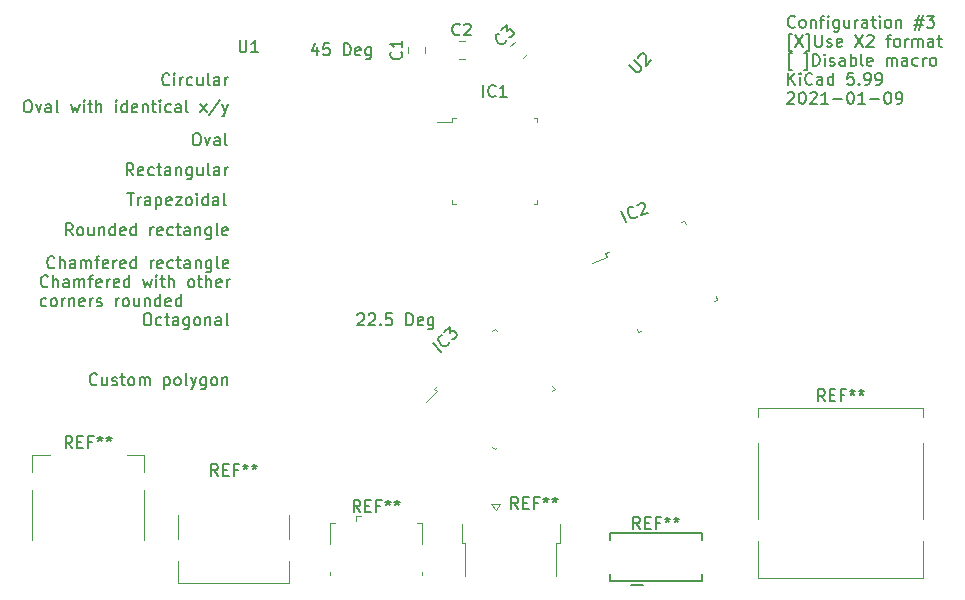
<source format=gbr>
%TF.GenerationSoftware,KiCad,Pcbnew,5.99.0-unknown-9424d66d22~106~ubuntu18.04.1*%
%TF.CreationDate,2021-01-09T19:56:30+08:00*%
%TF.ProjectId,Flashpads,466c6173-6870-4616-9473-2e6b69636164,rev?*%
%TF.SameCoordinates,Original*%
%TF.FileFunction,Legend,Top*%
%TF.FilePolarity,Positive*%
%FSLAX46Y46*%
G04 Gerber Fmt 4.6, Leading zero omitted, Abs format (unit mm)*
G04 Created by KiCad (PCBNEW 5.99.0-unknown-9424d66d22~106~ubuntu18.04.1) date 2021-01-09 19:56:30*
%MOMM*%
%LPD*%
G01*
G04 APERTURE LIST*
%ADD10C,0.150000*%
%ADD11C,0.120000*%
G04 APERTURE END LIST*
D10*
X86505023Y-21775142D02*
X86457404Y-21822761D01*
X86314547Y-21870380D01*
X86219309Y-21870380D01*
X86076452Y-21822761D01*
X85981214Y-21727523D01*
X85933595Y-21632285D01*
X85885976Y-21441809D01*
X85885976Y-21298952D01*
X85933595Y-21108476D01*
X85981214Y-21013238D01*
X86076452Y-20918000D01*
X86219309Y-20870380D01*
X86314547Y-20870380D01*
X86457404Y-20918000D01*
X86505023Y-20965619D01*
X87076452Y-21870380D02*
X86981214Y-21822761D01*
X86933595Y-21775142D01*
X86885976Y-21679904D01*
X86885976Y-21394190D01*
X86933595Y-21298952D01*
X86981214Y-21251333D01*
X87076452Y-21203714D01*
X87219309Y-21203714D01*
X87314547Y-21251333D01*
X87362166Y-21298952D01*
X87409785Y-21394190D01*
X87409785Y-21679904D01*
X87362166Y-21775142D01*
X87314547Y-21822761D01*
X87219309Y-21870380D01*
X87076452Y-21870380D01*
X87838357Y-21203714D02*
X87838357Y-21870380D01*
X87838357Y-21298952D02*
X87885976Y-21251333D01*
X87981214Y-21203714D01*
X88124071Y-21203714D01*
X88219309Y-21251333D01*
X88266928Y-21346571D01*
X88266928Y-21870380D01*
X88600261Y-21203714D02*
X88981214Y-21203714D01*
X88743119Y-21870380D02*
X88743119Y-21013238D01*
X88790738Y-20918000D01*
X88885976Y-20870380D01*
X88981214Y-20870380D01*
X89314547Y-21870380D02*
X89314547Y-21203714D01*
X89314547Y-20870380D02*
X89266928Y-20918000D01*
X89314547Y-20965619D01*
X89362166Y-20918000D01*
X89314547Y-20870380D01*
X89314547Y-20965619D01*
X90219309Y-21203714D02*
X90219309Y-22013238D01*
X90171690Y-22108476D01*
X90124071Y-22156095D01*
X90028833Y-22203714D01*
X89885976Y-22203714D01*
X89790738Y-22156095D01*
X90219309Y-21822761D02*
X90124071Y-21870380D01*
X89933595Y-21870380D01*
X89838357Y-21822761D01*
X89790738Y-21775142D01*
X89743119Y-21679904D01*
X89743119Y-21394190D01*
X89790738Y-21298952D01*
X89838357Y-21251333D01*
X89933595Y-21203714D01*
X90124071Y-21203714D01*
X90219309Y-21251333D01*
X91124071Y-21203714D02*
X91124071Y-21870380D01*
X90695500Y-21203714D02*
X90695500Y-21727523D01*
X90743119Y-21822761D01*
X90838357Y-21870380D01*
X90981214Y-21870380D01*
X91076452Y-21822761D01*
X91124071Y-21775142D01*
X91600261Y-21870380D02*
X91600261Y-21203714D01*
X91600261Y-21394190D02*
X91647880Y-21298952D01*
X91695500Y-21251333D01*
X91790738Y-21203714D01*
X91885976Y-21203714D01*
X92647880Y-21870380D02*
X92647880Y-21346571D01*
X92600261Y-21251333D01*
X92505023Y-21203714D01*
X92314547Y-21203714D01*
X92219309Y-21251333D01*
X92647880Y-21822761D02*
X92552642Y-21870380D01*
X92314547Y-21870380D01*
X92219309Y-21822761D01*
X92171690Y-21727523D01*
X92171690Y-21632285D01*
X92219309Y-21537047D01*
X92314547Y-21489428D01*
X92552642Y-21489428D01*
X92647880Y-21441809D01*
X92981214Y-21203714D02*
X93362166Y-21203714D01*
X93124071Y-20870380D02*
X93124071Y-21727523D01*
X93171690Y-21822761D01*
X93266928Y-21870380D01*
X93362166Y-21870380D01*
X93695500Y-21870380D02*
X93695500Y-21203714D01*
X93695500Y-20870380D02*
X93647880Y-20918000D01*
X93695500Y-20965619D01*
X93743119Y-20918000D01*
X93695500Y-20870380D01*
X93695500Y-20965619D01*
X94314547Y-21870380D02*
X94219309Y-21822761D01*
X94171690Y-21775142D01*
X94124071Y-21679904D01*
X94124071Y-21394190D01*
X94171690Y-21298952D01*
X94219309Y-21251333D01*
X94314547Y-21203714D01*
X94457404Y-21203714D01*
X94552642Y-21251333D01*
X94600261Y-21298952D01*
X94647880Y-21394190D01*
X94647880Y-21679904D01*
X94600261Y-21775142D01*
X94552642Y-21822761D01*
X94457404Y-21870380D01*
X94314547Y-21870380D01*
X95076452Y-21203714D02*
X95076452Y-21870380D01*
X95076452Y-21298952D02*
X95124071Y-21251333D01*
X95219309Y-21203714D01*
X95362166Y-21203714D01*
X95457404Y-21251333D01*
X95505023Y-21346571D01*
X95505023Y-21870380D01*
X96695500Y-21203714D02*
X97409785Y-21203714D01*
X96981214Y-20775142D02*
X96695500Y-22060857D01*
X97314547Y-21632285D02*
X96600261Y-21632285D01*
X97028833Y-22060857D02*
X97314547Y-20775142D01*
X97647880Y-20870380D02*
X98266928Y-20870380D01*
X97933595Y-21251333D01*
X98076452Y-21251333D01*
X98171690Y-21298952D01*
X98219309Y-21346571D01*
X98266928Y-21441809D01*
X98266928Y-21679904D01*
X98219309Y-21775142D01*
X98171690Y-21822761D01*
X98076452Y-21870380D01*
X97790738Y-21870380D01*
X97695500Y-21822761D01*
X97647880Y-21775142D01*
X86219309Y-23813714D02*
X85981214Y-23813714D01*
X85981214Y-22385142D01*
X86219309Y-22385142D01*
X86505023Y-22480380D02*
X87171690Y-23480380D01*
X87171690Y-22480380D02*
X86505023Y-23480380D01*
X87457404Y-23813714D02*
X87695500Y-23813714D01*
X87695500Y-22385142D01*
X87457404Y-22385142D01*
X88219309Y-22480380D02*
X88219309Y-23289904D01*
X88266928Y-23385142D01*
X88314547Y-23432761D01*
X88409785Y-23480380D01*
X88600261Y-23480380D01*
X88695500Y-23432761D01*
X88743119Y-23385142D01*
X88790738Y-23289904D01*
X88790738Y-22480380D01*
X89219309Y-23432761D02*
X89314547Y-23480380D01*
X89505023Y-23480380D01*
X89600261Y-23432761D01*
X89647880Y-23337523D01*
X89647880Y-23289904D01*
X89600261Y-23194666D01*
X89505023Y-23147047D01*
X89362166Y-23147047D01*
X89266928Y-23099428D01*
X89219309Y-23004190D01*
X89219309Y-22956571D01*
X89266928Y-22861333D01*
X89362166Y-22813714D01*
X89505023Y-22813714D01*
X89600261Y-22861333D01*
X90457404Y-23432761D02*
X90362166Y-23480380D01*
X90171690Y-23480380D01*
X90076452Y-23432761D01*
X90028833Y-23337523D01*
X90028833Y-22956571D01*
X90076452Y-22861333D01*
X90171690Y-22813714D01*
X90362166Y-22813714D01*
X90457404Y-22861333D01*
X90505023Y-22956571D01*
X90505023Y-23051809D01*
X90028833Y-23147047D01*
X91600261Y-22480380D02*
X92266928Y-23480380D01*
X92266928Y-22480380D02*
X91600261Y-23480380D01*
X92600261Y-22575619D02*
X92647880Y-22528000D01*
X92743119Y-22480380D01*
X92981214Y-22480380D01*
X93076452Y-22528000D01*
X93124071Y-22575619D01*
X93171690Y-22670857D01*
X93171690Y-22766095D01*
X93124071Y-22908952D01*
X92552642Y-23480380D01*
X93171690Y-23480380D01*
X94219309Y-22813714D02*
X94600261Y-22813714D01*
X94362166Y-23480380D02*
X94362166Y-22623238D01*
X94409785Y-22528000D01*
X94505023Y-22480380D01*
X94600261Y-22480380D01*
X95076452Y-23480380D02*
X94981214Y-23432761D01*
X94933595Y-23385142D01*
X94885976Y-23289904D01*
X94885976Y-23004190D01*
X94933595Y-22908952D01*
X94981214Y-22861333D01*
X95076452Y-22813714D01*
X95219309Y-22813714D01*
X95314547Y-22861333D01*
X95362166Y-22908952D01*
X95409785Y-23004190D01*
X95409785Y-23289904D01*
X95362166Y-23385142D01*
X95314547Y-23432761D01*
X95219309Y-23480380D01*
X95076452Y-23480380D01*
X95838357Y-23480380D02*
X95838357Y-22813714D01*
X95838357Y-23004190D02*
X95885976Y-22908952D01*
X95933595Y-22861333D01*
X96028833Y-22813714D01*
X96124071Y-22813714D01*
X96457404Y-23480380D02*
X96457404Y-22813714D01*
X96457404Y-22908952D02*
X96505023Y-22861333D01*
X96600261Y-22813714D01*
X96743119Y-22813714D01*
X96838357Y-22861333D01*
X96885976Y-22956571D01*
X96885976Y-23480380D01*
X96885976Y-22956571D02*
X96933595Y-22861333D01*
X97028833Y-22813714D01*
X97171690Y-22813714D01*
X97266928Y-22861333D01*
X97314547Y-22956571D01*
X97314547Y-23480380D01*
X98219309Y-23480380D02*
X98219309Y-22956571D01*
X98171690Y-22861333D01*
X98076452Y-22813714D01*
X97885976Y-22813714D01*
X97790738Y-22861333D01*
X98219309Y-23432761D02*
X98124071Y-23480380D01*
X97885976Y-23480380D01*
X97790738Y-23432761D01*
X97743119Y-23337523D01*
X97743119Y-23242285D01*
X97790738Y-23147047D01*
X97885976Y-23099428D01*
X98124071Y-23099428D01*
X98219309Y-23051809D01*
X98552642Y-22813714D02*
X98933595Y-22813714D01*
X98695500Y-22480380D02*
X98695500Y-23337523D01*
X98743119Y-23432761D01*
X98838357Y-23480380D01*
X98933595Y-23480380D01*
X86219309Y-25423714D02*
X85981214Y-25423714D01*
X85981214Y-23995142D01*
X86219309Y-23995142D01*
X87266928Y-25423714D02*
X87505023Y-25423714D01*
X87505023Y-23995142D01*
X87266928Y-23995142D01*
X88028833Y-25090380D02*
X88028833Y-24090380D01*
X88266928Y-24090380D01*
X88409785Y-24138000D01*
X88505023Y-24233238D01*
X88552642Y-24328476D01*
X88600261Y-24518952D01*
X88600261Y-24661809D01*
X88552642Y-24852285D01*
X88505023Y-24947523D01*
X88409785Y-25042761D01*
X88266928Y-25090380D01*
X88028833Y-25090380D01*
X89028833Y-25090380D02*
X89028833Y-24423714D01*
X89028833Y-24090380D02*
X88981214Y-24138000D01*
X89028833Y-24185619D01*
X89076452Y-24138000D01*
X89028833Y-24090380D01*
X89028833Y-24185619D01*
X89457404Y-25042761D02*
X89552642Y-25090380D01*
X89743119Y-25090380D01*
X89838357Y-25042761D01*
X89885976Y-24947523D01*
X89885976Y-24899904D01*
X89838357Y-24804666D01*
X89743119Y-24757047D01*
X89600261Y-24757047D01*
X89505023Y-24709428D01*
X89457404Y-24614190D01*
X89457404Y-24566571D01*
X89505023Y-24471333D01*
X89600261Y-24423714D01*
X89743119Y-24423714D01*
X89838357Y-24471333D01*
X90743119Y-25090380D02*
X90743119Y-24566571D01*
X90695500Y-24471333D01*
X90600261Y-24423714D01*
X90409785Y-24423714D01*
X90314547Y-24471333D01*
X90743119Y-25042761D02*
X90647880Y-25090380D01*
X90409785Y-25090380D01*
X90314547Y-25042761D01*
X90266928Y-24947523D01*
X90266928Y-24852285D01*
X90314547Y-24757047D01*
X90409785Y-24709428D01*
X90647880Y-24709428D01*
X90743119Y-24661809D01*
X91219309Y-25090380D02*
X91219309Y-24090380D01*
X91219309Y-24471333D02*
X91314547Y-24423714D01*
X91505023Y-24423714D01*
X91600261Y-24471333D01*
X91647880Y-24518952D01*
X91695500Y-24614190D01*
X91695500Y-24899904D01*
X91647880Y-24995142D01*
X91600261Y-25042761D01*
X91505023Y-25090380D01*
X91314547Y-25090380D01*
X91219309Y-25042761D01*
X92266928Y-25090380D02*
X92171690Y-25042761D01*
X92124071Y-24947523D01*
X92124071Y-24090380D01*
X93028833Y-25042761D02*
X92933595Y-25090380D01*
X92743119Y-25090380D01*
X92647880Y-25042761D01*
X92600261Y-24947523D01*
X92600261Y-24566571D01*
X92647880Y-24471333D01*
X92743119Y-24423714D01*
X92933595Y-24423714D01*
X93028833Y-24471333D01*
X93076452Y-24566571D01*
X93076452Y-24661809D01*
X92600261Y-24757047D01*
X94266928Y-25090380D02*
X94266928Y-24423714D01*
X94266928Y-24518952D02*
X94314547Y-24471333D01*
X94409785Y-24423714D01*
X94552642Y-24423714D01*
X94647880Y-24471333D01*
X94695500Y-24566571D01*
X94695500Y-25090380D01*
X94695500Y-24566571D02*
X94743119Y-24471333D01*
X94838357Y-24423714D01*
X94981214Y-24423714D01*
X95076452Y-24471333D01*
X95124071Y-24566571D01*
X95124071Y-25090380D01*
X96028833Y-25090380D02*
X96028833Y-24566571D01*
X95981214Y-24471333D01*
X95885976Y-24423714D01*
X95695500Y-24423714D01*
X95600261Y-24471333D01*
X96028833Y-25042761D02*
X95933595Y-25090380D01*
X95695500Y-25090380D01*
X95600261Y-25042761D01*
X95552642Y-24947523D01*
X95552642Y-24852285D01*
X95600261Y-24757047D01*
X95695500Y-24709428D01*
X95933595Y-24709428D01*
X96028833Y-24661809D01*
X96933595Y-25042761D02*
X96838357Y-25090380D01*
X96647880Y-25090380D01*
X96552642Y-25042761D01*
X96505023Y-24995142D01*
X96457404Y-24899904D01*
X96457404Y-24614190D01*
X96505023Y-24518952D01*
X96552642Y-24471333D01*
X96647880Y-24423714D01*
X96838357Y-24423714D01*
X96933595Y-24471333D01*
X97362166Y-25090380D02*
X97362166Y-24423714D01*
X97362166Y-24614190D02*
X97409785Y-24518952D01*
X97457404Y-24471333D01*
X97552642Y-24423714D01*
X97647880Y-24423714D01*
X98124071Y-25090380D02*
X98028833Y-25042761D01*
X97981214Y-24995142D01*
X97933595Y-24899904D01*
X97933595Y-24614190D01*
X97981214Y-24518952D01*
X98028833Y-24471333D01*
X98124071Y-24423714D01*
X98266928Y-24423714D01*
X98362166Y-24471333D01*
X98409785Y-24518952D01*
X98457404Y-24614190D01*
X98457404Y-24899904D01*
X98409785Y-24995142D01*
X98362166Y-25042761D01*
X98266928Y-25090380D01*
X98124071Y-25090380D01*
X85933595Y-26700380D02*
X85933595Y-25700380D01*
X86505023Y-26700380D02*
X86076452Y-26128952D01*
X86505023Y-25700380D02*
X85933595Y-26271809D01*
X86933595Y-26700380D02*
X86933595Y-26033714D01*
X86933595Y-25700380D02*
X86885976Y-25748000D01*
X86933595Y-25795619D01*
X86981214Y-25748000D01*
X86933595Y-25700380D01*
X86933595Y-25795619D01*
X87981214Y-26605142D02*
X87933595Y-26652761D01*
X87790738Y-26700380D01*
X87695500Y-26700380D01*
X87552642Y-26652761D01*
X87457404Y-26557523D01*
X87409785Y-26462285D01*
X87362166Y-26271809D01*
X87362166Y-26128952D01*
X87409785Y-25938476D01*
X87457404Y-25843238D01*
X87552642Y-25748000D01*
X87695500Y-25700380D01*
X87790738Y-25700380D01*
X87933595Y-25748000D01*
X87981214Y-25795619D01*
X88838357Y-26700380D02*
X88838357Y-26176571D01*
X88790738Y-26081333D01*
X88695500Y-26033714D01*
X88505023Y-26033714D01*
X88409785Y-26081333D01*
X88838357Y-26652761D02*
X88743119Y-26700380D01*
X88505023Y-26700380D01*
X88409785Y-26652761D01*
X88362166Y-26557523D01*
X88362166Y-26462285D01*
X88409785Y-26367047D01*
X88505023Y-26319428D01*
X88743119Y-26319428D01*
X88838357Y-26271809D01*
X89743119Y-26700380D02*
X89743119Y-25700380D01*
X89743119Y-26652761D02*
X89647880Y-26700380D01*
X89457404Y-26700380D01*
X89362166Y-26652761D01*
X89314547Y-26605142D01*
X89266928Y-26509904D01*
X89266928Y-26224190D01*
X89314547Y-26128952D01*
X89362166Y-26081333D01*
X89457404Y-26033714D01*
X89647880Y-26033714D01*
X89743119Y-26081333D01*
X91457404Y-25700380D02*
X90981214Y-25700380D01*
X90933595Y-26176571D01*
X90981214Y-26128952D01*
X91076452Y-26081333D01*
X91314547Y-26081333D01*
X91409785Y-26128952D01*
X91457404Y-26176571D01*
X91505023Y-26271809D01*
X91505023Y-26509904D01*
X91457404Y-26605142D01*
X91409785Y-26652761D01*
X91314547Y-26700380D01*
X91076452Y-26700380D01*
X90981214Y-26652761D01*
X90933595Y-26605142D01*
X91933595Y-26605142D02*
X91981214Y-26652761D01*
X91933595Y-26700380D01*
X91885976Y-26652761D01*
X91933595Y-26605142D01*
X91933595Y-26700380D01*
X92457404Y-26700380D02*
X92647880Y-26700380D01*
X92743119Y-26652761D01*
X92790738Y-26605142D01*
X92885976Y-26462285D01*
X92933595Y-26271809D01*
X92933595Y-25890857D01*
X92885976Y-25795619D01*
X92838357Y-25748000D01*
X92743119Y-25700380D01*
X92552642Y-25700380D01*
X92457404Y-25748000D01*
X92409785Y-25795619D01*
X92362166Y-25890857D01*
X92362166Y-26128952D01*
X92409785Y-26224190D01*
X92457404Y-26271809D01*
X92552642Y-26319428D01*
X92743119Y-26319428D01*
X92838357Y-26271809D01*
X92885976Y-26224190D01*
X92933595Y-26128952D01*
X93409785Y-26700380D02*
X93600261Y-26700380D01*
X93695500Y-26652761D01*
X93743119Y-26605142D01*
X93838357Y-26462285D01*
X93885976Y-26271809D01*
X93885976Y-25890857D01*
X93838357Y-25795619D01*
X93790738Y-25748000D01*
X93695500Y-25700380D01*
X93505023Y-25700380D01*
X93409785Y-25748000D01*
X93362166Y-25795619D01*
X93314547Y-25890857D01*
X93314547Y-26128952D01*
X93362166Y-26224190D01*
X93409785Y-26271809D01*
X93505023Y-26319428D01*
X93695500Y-26319428D01*
X93790738Y-26271809D01*
X93838357Y-26224190D01*
X93885976Y-26128952D01*
X85885976Y-27405619D02*
X85933595Y-27358000D01*
X86028833Y-27310380D01*
X86266928Y-27310380D01*
X86362166Y-27358000D01*
X86409785Y-27405619D01*
X86457404Y-27500857D01*
X86457404Y-27596095D01*
X86409785Y-27738952D01*
X85838357Y-28310380D01*
X86457404Y-28310380D01*
X87076452Y-27310380D02*
X87171690Y-27310380D01*
X87266928Y-27358000D01*
X87314547Y-27405619D01*
X87362166Y-27500857D01*
X87409785Y-27691333D01*
X87409785Y-27929428D01*
X87362166Y-28119904D01*
X87314547Y-28215142D01*
X87266928Y-28262761D01*
X87171690Y-28310380D01*
X87076452Y-28310380D01*
X86981214Y-28262761D01*
X86933595Y-28215142D01*
X86885976Y-28119904D01*
X86838357Y-27929428D01*
X86838357Y-27691333D01*
X86885976Y-27500857D01*
X86933595Y-27405619D01*
X86981214Y-27358000D01*
X87076452Y-27310380D01*
X87790738Y-27405619D02*
X87838357Y-27358000D01*
X87933595Y-27310380D01*
X88171690Y-27310380D01*
X88266928Y-27358000D01*
X88314547Y-27405619D01*
X88362166Y-27500857D01*
X88362166Y-27596095D01*
X88314547Y-27738952D01*
X87743119Y-28310380D01*
X88362166Y-28310380D01*
X89314547Y-28310380D02*
X88743119Y-28310380D01*
X89028833Y-28310380D02*
X89028833Y-27310380D01*
X88933595Y-27453238D01*
X88838357Y-27548476D01*
X88743119Y-27596095D01*
X89743119Y-27929428D02*
X90505023Y-27929428D01*
X91171690Y-27310380D02*
X91266928Y-27310380D01*
X91362166Y-27358000D01*
X91409785Y-27405619D01*
X91457404Y-27500857D01*
X91505023Y-27691333D01*
X91505023Y-27929428D01*
X91457404Y-28119904D01*
X91409785Y-28215142D01*
X91362166Y-28262761D01*
X91266928Y-28310380D01*
X91171690Y-28310380D01*
X91076452Y-28262761D01*
X91028833Y-28215142D01*
X90981214Y-28119904D01*
X90933595Y-27929428D01*
X90933595Y-27691333D01*
X90981214Y-27500857D01*
X91028833Y-27405619D01*
X91076452Y-27358000D01*
X91171690Y-27310380D01*
X92457404Y-28310380D02*
X91885976Y-28310380D01*
X92171690Y-28310380D02*
X92171690Y-27310380D01*
X92076452Y-27453238D01*
X91981214Y-27548476D01*
X91885976Y-27596095D01*
X92885976Y-27929428D02*
X93647880Y-27929428D01*
X94314547Y-27310380D02*
X94409785Y-27310380D01*
X94505023Y-27358000D01*
X94552642Y-27405619D01*
X94600261Y-27500857D01*
X94647880Y-27691333D01*
X94647880Y-27929428D01*
X94600261Y-28119904D01*
X94552642Y-28215142D01*
X94505023Y-28262761D01*
X94409785Y-28310380D01*
X94314547Y-28310380D01*
X94219309Y-28262761D01*
X94171690Y-28215142D01*
X94124071Y-28119904D01*
X94076452Y-27929428D01*
X94076452Y-27691333D01*
X94124071Y-27500857D01*
X94171690Y-27405619D01*
X94219309Y-27358000D01*
X94314547Y-27310380D01*
X95124071Y-28310380D02*
X95314547Y-28310380D01*
X95409785Y-28262761D01*
X95457404Y-28215142D01*
X95552642Y-28072285D01*
X95600261Y-27881809D01*
X95600261Y-27500857D01*
X95552642Y-27405619D01*
X95505023Y-27358000D01*
X95409785Y-27310380D01*
X95219309Y-27310380D01*
X95124071Y-27358000D01*
X95076452Y-27405619D01*
X95028833Y-27500857D01*
X95028833Y-27738952D01*
X95076452Y-27834190D01*
X95124071Y-27881809D01*
X95219309Y-27929428D01*
X95409785Y-27929428D01*
X95505023Y-27881809D01*
X95552642Y-27834190D01*
X95600261Y-27738952D01*
X27400904Y-52046142D02*
X27353285Y-52093761D01*
X27210428Y-52141380D01*
X27115190Y-52141380D01*
X26972333Y-52093761D01*
X26877095Y-51998523D01*
X26829476Y-51903285D01*
X26781857Y-51712809D01*
X26781857Y-51569952D01*
X26829476Y-51379476D01*
X26877095Y-51284238D01*
X26972333Y-51189000D01*
X27115190Y-51141380D01*
X27210428Y-51141380D01*
X27353285Y-51189000D01*
X27400904Y-51236619D01*
X28258047Y-51474714D02*
X28258047Y-52141380D01*
X27829476Y-51474714D02*
X27829476Y-51998523D01*
X27877095Y-52093761D01*
X27972333Y-52141380D01*
X28115190Y-52141380D01*
X28210428Y-52093761D01*
X28258047Y-52046142D01*
X28686619Y-52093761D02*
X28781857Y-52141380D01*
X28972333Y-52141380D01*
X29067571Y-52093761D01*
X29115190Y-51998523D01*
X29115190Y-51950904D01*
X29067571Y-51855666D01*
X28972333Y-51808047D01*
X28829476Y-51808047D01*
X28734238Y-51760428D01*
X28686619Y-51665190D01*
X28686619Y-51617571D01*
X28734238Y-51522333D01*
X28829476Y-51474714D01*
X28972333Y-51474714D01*
X29067571Y-51522333D01*
X29400904Y-51474714D02*
X29781857Y-51474714D01*
X29543761Y-51141380D02*
X29543761Y-51998523D01*
X29591380Y-52093761D01*
X29686619Y-52141380D01*
X29781857Y-52141380D01*
X30258047Y-52141380D02*
X30162809Y-52093761D01*
X30115190Y-52046142D01*
X30067571Y-51950904D01*
X30067571Y-51665190D01*
X30115190Y-51569952D01*
X30162809Y-51522333D01*
X30258047Y-51474714D01*
X30400904Y-51474714D01*
X30496142Y-51522333D01*
X30543761Y-51569952D01*
X30591380Y-51665190D01*
X30591380Y-51950904D01*
X30543761Y-52046142D01*
X30496142Y-52093761D01*
X30400904Y-52141380D01*
X30258047Y-52141380D01*
X31019952Y-52141380D02*
X31019952Y-51474714D01*
X31019952Y-51569952D02*
X31067571Y-51522333D01*
X31162809Y-51474714D01*
X31305666Y-51474714D01*
X31400904Y-51522333D01*
X31448523Y-51617571D01*
X31448523Y-52141380D01*
X31448523Y-51617571D02*
X31496142Y-51522333D01*
X31591380Y-51474714D01*
X31734238Y-51474714D01*
X31829476Y-51522333D01*
X31877095Y-51617571D01*
X31877095Y-52141380D01*
X33115190Y-51474714D02*
X33115190Y-52474714D01*
X33115190Y-51522333D02*
X33210428Y-51474714D01*
X33400904Y-51474714D01*
X33496142Y-51522333D01*
X33543761Y-51569952D01*
X33591380Y-51665190D01*
X33591380Y-51950904D01*
X33543761Y-52046142D01*
X33496142Y-52093761D01*
X33400904Y-52141380D01*
X33210428Y-52141380D01*
X33115190Y-52093761D01*
X34162809Y-52141380D02*
X34067571Y-52093761D01*
X34019952Y-52046142D01*
X33972333Y-51950904D01*
X33972333Y-51665190D01*
X34019952Y-51569952D01*
X34067571Y-51522333D01*
X34162809Y-51474714D01*
X34305666Y-51474714D01*
X34400904Y-51522333D01*
X34448523Y-51569952D01*
X34496142Y-51665190D01*
X34496142Y-51950904D01*
X34448523Y-52046142D01*
X34400904Y-52093761D01*
X34305666Y-52141380D01*
X34162809Y-52141380D01*
X35067571Y-52141380D02*
X34972333Y-52093761D01*
X34924714Y-51998523D01*
X34924714Y-51141380D01*
X35353285Y-51474714D02*
X35591380Y-52141380D01*
X35829476Y-51474714D02*
X35591380Y-52141380D01*
X35496142Y-52379476D01*
X35448523Y-52427095D01*
X35353285Y-52474714D01*
X36639000Y-51474714D02*
X36639000Y-52284238D01*
X36591380Y-52379476D01*
X36543761Y-52427095D01*
X36448523Y-52474714D01*
X36305666Y-52474714D01*
X36210428Y-52427095D01*
X36639000Y-52093761D02*
X36543761Y-52141380D01*
X36353285Y-52141380D01*
X36258047Y-52093761D01*
X36210428Y-52046142D01*
X36162809Y-51950904D01*
X36162809Y-51665190D01*
X36210428Y-51569952D01*
X36258047Y-51522333D01*
X36353285Y-51474714D01*
X36543761Y-51474714D01*
X36639000Y-51522333D01*
X37258047Y-52141380D02*
X37162809Y-52093761D01*
X37115190Y-52046142D01*
X37067571Y-51950904D01*
X37067571Y-51665190D01*
X37115190Y-51569952D01*
X37162809Y-51522333D01*
X37258047Y-51474714D01*
X37400904Y-51474714D01*
X37496142Y-51522333D01*
X37543761Y-51569952D01*
X37591380Y-51665190D01*
X37591380Y-51950904D01*
X37543761Y-52046142D01*
X37496142Y-52093761D01*
X37400904Y-52141380D01*
X37258047Y-52141380D01*
X38019952Y-51474714D02*
X38019952Y-52141380D01*
X38019952Y-51569952D02*
X38067571Y-51522333D01*
X38162809Y-51474714D01*
X38305666Y-51474714D01*
X38400904Y-51522333D01*
X38448523Y-51617571D01*
X38448523Y-52141380D01*
X31591666Y-46061380D02*
X31782142Y-46061380D01*
X31877380Y-46109000D01*
X31972619Y-46204238D01*
X32020238Y-46394714D01*
X32020238Y-46728047D01*
X31972619Y-46918523D01*
X31877380Y-47013761D01*
X31782142Y-47061380D01*
X31591666Y-47061380D01*
X31496428Y-47013761D01*
X31401190Y-46918523D01*
X31353571Y-46728047D01*
X31353571Y-46394714D01*
X31401190Y-46204238D01*
X31496428Y-46109000D01*
X31591666Y-46061380D01*
X32877380Y-47013761D02*
X32782142Y-47061380D01*
X32591666Y-47061380D01*
X32496428Y-47013761D01*
X32448809Y-46966142D01*
X32401190Y-46870904D01*
X32401190Y-46585190D01*
X32448809Y-46489952D01*
X32496428Y-46442333D01*
X32591666Y-46394714D01*
X32782142Y-46394714D01*
X32877380Y-46442333D01*
X33163095Y-46394714D02*
X33544047Y-46394714D01*
X33305952Y-46061380D02*
X33305952Y-46918523D01*
X33353571Y-47013761D01*
X33448809Y-47061380D01*
X33544047Y-47061380D01*
X34305952Y-47061380D02*
X34305952Y-46537571D01*
X34258333Y-46442333D01*
X34163095Y-46394714D01*
X33972619Y-46394714D01*
X33877380Y-46442333D01*
X34305952Y-47013761D02*
X34210714Y-47061380D01*
X33972619Y-47061380D01*
X33877380Y-47013761D01*
X33829761Y-46918523D01*
X33829761Y-46823285D01*
X33877380Y-46728047D01*
X33972619Y-46680428D01*
X34210714Y-46680428D01*
X34305952Y-46632809D01*
X35210714Y-46394714D02*
X35210714Y-47204238D01*
X35163095Y-47299476D01*
X35115476Y-47347095D01*
X35020238Y-47394714D01*
X34877380Y-47394714D01*
X34782142Y-47347095D01*
X35210714Y-47013761D02*
X35115476Y-47061380D01*
X34925000Y-47061380D01*
X34829761Y-47013761D01*
X34782142Y-46966142D01*
X34734523Y-46870904D01*
X34734523Y-46585190D01*
X34782142Y-46489952D01*
X34829761Y-46442333D01*
X34925000Y-46394714D01*
X35115476Y-46394714D01*
X35210714Y-46442333D01*
X35829761Y-47061380D02*
X35734523Y-47013761D01*
X35686904Y-46966142D01*
X35639285Y-46870904D01*
X35639285Y-46585190D01*
X35686904Y-46489952D01*
X35734523Y-46442333D01*
X35829761Y-46394714D01*
X35972619Y-46394714D01*
X36067857Y-46442333D01*
X36115476Y-46489952D01*
X36163095Y-46585190D01*
X36163095Y-46870904D01*
X36115476Y-46966142D01*
X36067857Y-47013761D01*
X35972619Y-47061380D01*
X35829761Y-47061380D01*
X36591666Y-46394714D02*
X36591666Y-47061380D01*
X36591666Y-46489952D02*
X36639285Y-46442333D01*
X36734523Y-46394714D01*
X36877380Y-46394714D01*
X36972619Y-46442333D01*
X37020238Y-46537571D01*
X37020238Y-47061380D01*
X37925000Y-47061380D02*
X37925000Y-46537571D01*
X37877380Y-46442333D01*
X37782142Y-46394714D01*
X37591666Y-46394714D01*
X37496428Y-46442333D01*
X37925000Y-47013761D02*
X37829761Y-47061380D01*
X37591666Y-47061380D01*
X37496428Y-47013761D01*
X37448809Y-46918523D01*
X37448809Y-46823285D01*
X37496428Y-46728047D01*
X37591666Y-46680428D01*
X37829761Y-46680428D01*
X37925000Y-46632809D01*
X38544047Y-47061380D02*
X38448809Y-47013761D01*
X38401190Y-46918523D01*
X38401190Y-46061380D01*
X23259023Y-43748142D02*
X23211404Y-43795761D01*
X23068547Y-43843380D01*
X22973309Y-43843380D01*
X22830452Y-43795761D01*
X22735214Y-43700523D01*
X22687595Y-43605285D01*
X22639976Y-43414809D01*
X22639976Y-43271952D01*
X22687595Y-43081476D01*
X22735214Y-42986238D01*
X22830452Y-42891000D01*
X22973309Y-42843380D01*
X23068547Y-42843380D01*
X23211404Y-42891000D01*
X23259023Y-42938619D01*
X23687595Y-43843380D02*
X23687595Y-42843380D01*
X24116166Y-43843380D02*
X24116166Y-43319571D01*
X24068547Y-43224333D01*
X23973309Y-43176714D01*
X23830452Y-43176714D01*
X23735214Y-43224333D01*
X23687595Y-43271952D01*
X25020928Y-43843380D02*
X25020928Y-43319571D01*
X24973309Y-43224333D01*
X24878071Y-43176714D01*
X24687595Y-43176714D01*
X24592357Y-43224333D01*
X25020928Y-43795761D02*
X24925690Y-43843380D01*
X24687595Y-43843380D01*
X24592357Y-43795761D01*
X24544738Y-43700523D01*
X24544738Y-43605285D01*
X24592357Y-43510047D01*
X24687595Y-43462428D01*
X24925690Y-43462428D01*
X25020928Y-43414809D01*
X25497119Y-43843380D02*
X25497119Y-43176714D01*
X25497119Y-43271952D02*
X25544738Y-43224333D01*
X25639976Y-43176714D01*
X25782833Y-43176714D01*
X25878071Y-43224333D01*
X25925690Y-43319571D01*
X25925690Y-43843380D01*
X25925690Y-43319571D02*
X25973309Y-43224333D01*
X26068547Y-43176714D01*
X26211404Y-43176714D01*
X26306642Y-43224333D01*
X26354261Y-43319571D01*
X26354261Y-43843380D01*
X26687595Y-43176714D02*
X27068547Y-43176714D01*
X26830452Y-43843380D02*
X26830452Y-42986238D01*
X26878071Y-42891000D01*
X26973309Y-42843380D01*
X27068547Y-42843380D01*
X27782833Y-43795761D02*
X27687595Y-43843380D01*
X27497119Y-43843380D01*
X27401880Y-43795761D01*
X27354261Y-43700523D01*
X27354261Y-43319571D01*
X27401880Y-43224333D01*
X27497119Y-43176714D01*
X27687595Y-43176714D01*
X27782833Y-43224333D01*
X27830452Y-43319571D01*
X27830452Y-43414809D01*
X27354261Y-43510047D01*
X28259023Y-43843380D02*
X28259023Y-43176714D01*
X28259023Y-43367190D02*
X28306642Y-43271952D01*
X28354261Y-43224333D01*
X28449500Y-43176714D01*
X28544738Y-43176714D01*
X29259023Y-43795761D02*
X29163785Y-43843380D01*
X28973309Y-43843380D01*
X28878071Y-43795761D01*
X28830452Y-43700523D01*
X28830452Y-43319571D01*
X28878071Y-43224333D01*
X28973309Y-43176714D01*
X29163785Y-43176714D01*
X29259023Y-43224333D01*
X29306642Y-43319571D01*
X29306642Y-43414809D01*
X28830452Y-43510047D01*
X30163785Y-43843380D02*
X30163785Y-42843380D01*
X30163785Y-43795761D02*
X30068547Y-43843380D01*
X29878071Y-43843380D01*
X29782833Y-43795761D01*
X29735214Y-43748142D01*
X29687595Y-43652904D01*
X29687595Y-43367190D01*
X29735214Y-43271952D01*
X29782833Y-43224333D01*
X29878071Y-43176714D01*
X30068547Y-43176714D01*
X30163785Y-43224333D01*
X31306642Y-43176714D02*
X31497119Y-43843380D01*
X31687595Y-43367190D01*
X31878071Y-43843380D01*
X32068547Y-43176714D01*
X32449500Y-43843380D02*
X32449500Y-43176714D01*
X32449500Y-42843380D02*
X32401880Y-42891000D01*
X32449500Y-42938619D01*
X32497119Y-42891000D01*
X32449500Y-42843380D01*
X32449500Y-42938619D01*
X32782833Y-43176714D02*
X33163785Y-43176714D01*
X32925690Y-42843380D02*
X32925690Y-43700523D01*
X32973309Y-43795761D01*
X33068547Y-43843380D01*
X33163785Y-43843380D01*
X33497119Y-43843380D02*
X33497119Y-42843380D01*
X33925690Y-43843380D02*
X33925690Y-43319571D01*
X33878071Y-43224333D01*
X33782833Y-43176714D01*
X33639976Y-43176714D01*
X33544738Y-43224333D01*
X33497119Y-43271952D01*
X35306642Y-43843380D02*
X35211404Y-43795761D01*
X35163785Y-43748142D01*
X35116166Y-43652904D01*
X35116166Y-43367190D01*
X35163785Y-43271952D01*
X35211404Y-43224333D01*
X35306642Y-43176714D01*
X35449500Y-43176714D01*
X35544738Y-43224333D01*
X35592357Y-43271952D01*
X35639976Y-43367190D01*
X35639976Y-43652904D01*
X35592357Y-43748142D01*
X35544738Y-43795761D01*
X35449500Y-43843380D01*
X35306642Y-43843380D01*
X35925690Y-43176714D02*
X36306642Y-43176714D01*
X36068547Y-42843380D02*
X36068547Y-43700523D01*
X36116166Y-43795761D01*
X36211404Y-43843380D01*
X36306642Y-43843380D01*
X36639976Y-43843380D02*
X36639976Y-42843380D01*
X37068547Y-43843380D02*
X37068547Y-43319571D01*
X37020928Y-43224333D01*
X36925690Y-43176714D01*
X36782833Y-43176714D01*
X36687595Y-43224333D01*
X36639976Y-43271952D01*
X37925690Y-43795761D02*
X37830452Y-43843380D01*
X37639976Y-43843380D01*
X37544738Y-43795761D01*
X37497119Y-43700523D01*
X37497119Y-43319571D01*
X37544738Y-43224333D01*
X37639976Y-43176714D01*
X37830452Y-43176714D01*
X37925690Y-43224333D01*
X37973309Y-43319571D01*
X37973309Y-43414809D01*
X37497119Y-43510047D01*
X38401880Y-43843380D02*
X38401880Y-43176714D01*
X38401880Y-43367190D02*
X38449500Y-43271952D01*
X38497119Y-43224333D01*
X38592357Y-43176714D01*
X38687595Y-43176714D01*
X23116166Y-45405761D02*
X23020928Y-45453380D01*
X22830452Y-45453380D01*
X22735214Y-45405761D01*
X22687595Y-45358142D01*
X22639976Y-45262904D01*
X22639976Y-44977190D01*
X22687595Y-44881952D01*
X22735214Y-44834333D01*
X22830452Y-44786714D01*
X23020928Y-44786714D01*
X23116166Y-44834333D01*
X23687595Y-45453380D02*
X23592357Y-45405761D01*
X23544738Y-45358142D01*
X23497119Y-45262904D01*
X23497119Y-44977190D01*
X23544738Y-44881952D01*
X23592357Y-44834333D01*
X23687595Y-44786714D01*
X23830452Y-44786714D01*
X23925690Y-44834333D01*
X23973309Y-44881952D01*
X24020928Y-44977190D01*
X24020928Y-45262904D01*
X23973309Y-45358142D01*
X23925690Y-45405761D01*
X23830452Y-45453380D01*
X23687595Y-45453380D01*
X24449500Y-45453380D02*
X24449500Y-44786714D01*
X24449500Y-44977190D02*
X24497119Y-44881952D01*
X24544738Y-44834333D01*
X24639976Y-44786714D01*
X24735214Y-44786714D01*
X25068547Y-44786714D02*
X25068547Y-45453380D01*
X25068547Y-44881952D02*
X25116166Y-44834333D01*
X25211404Y-44786714D01*
X25354261Y-44786714D01*
X25449500Y-44834333D01*
X25497119Y-44929571D01*
X25497119Y-45453380D01*
X26354261Y-45405761D02*
X26259023Y-45453380D01*
X26068547Y-45453380D01*
X25973309Y-45405761D01*
X25925690Y-45310523D01*
X25925690Y-44929571D01*
X25973309Y-44834333D01*
X26068547Y-44786714D01*
X26259023Y-44786714D01*
X26354261Y-44834333D01*
X26401880Y-44929571D01*
X26401880Y-45024809D01*
X25925690Y-45120047D01*
X26830452Y-45453380D02*
X26830452Y-44786714D01*
X26830452Y-44977190D02*
X26878071Y-44881952D01*
X26925690Y-44834333D01*
X27020928Y-44786714D01*
X27116166Y-44786714D01*
X27401880Y-45405761D02*
X27497119Y-45453380D01*
X27687595Y-45453380D01*
X27782833Y-45405761D01*
X27830452Y-45310523D01*
X27830452Y-45262904D01*
X27782833Y-45167666D01*
X27687595Y-45120047D01*
X27544738Y-45120047D01*
X27449500Y-45072428D01*
X27401880Y-44977190D01*
X27401880Y-44929571D01*
X27449500Y-44834333D01*
X27544738Y-44786714D01*
X27687595Y-44786714D01*
X27782833Y-44834333D01*
X29020928Y-45453380D02*
X29020928Y-44786714D01*
X29020928Y-44977190D02*
X29068547Y-44881952D01*
X29116166Y-44834333D01*
X29211404Y-44786714D01*
X29306642Y-44786714D01*
X29782833Y-45453380D02*
X29687595Y-45405761D01*
X29639976Y-45358142D01*
X29592357Y-45262904D01*
X29592357Y-44977190D01*
X29639976Y-44881952D01*
X29687595Y-44834333D01*
X29782833Y-44786714D01*
X29925690Y-44786714D01*
X30020928Y-44834333D01*
X30068547Y-44881952D01*
X30116166Y-44977190D01*
X30116166Y-45262904D01*
X30068547Y-45358142D01*
X30020928Y-45405761D01*
X29925690Y-45453380D01*
X29782833Y-45453380D01*
X30973309Y-44786714D02*
X30973309Y-45453380D01*
X30544738Y-44786714D02*
X30544738Y-45310523D01*
X30592357Y-45405761D01*
X30687595Y-45453380D01*
X30830452Y-45453380D01*
X30925690Y-45405761D01*
X30973309Y-45358142D01*
X31449500Y-44786714D02*
X31449500Y-45453380D01*
X31449500Y-44881952D02*
X31497119Y-44834333D01*
X31592357Y-44786714D01*
X31735214Y-44786714D01*
X31830452Y-44834333D01*
X31878071Y-44929571D01*
X31878071Y-45453380D01*
X32782833Y-45453380D02*
X32782833Y-44453380D01*
X32782833Y-45405761D02*
X32687595Y-45453380D01*
X32497119Y-45453380D01*
X32401880Y-45405761D01*
X32354261Y-45358142D01*
X32306642Y-45262904D01*
X32306642Y-44977190D01*
X32354261Y-44881952D01*
X32401880Y-44834333D01*
X32497119Y-44786714D01*
X32687595Y-44786714D01*
X32782833Y-44834333D01*
X33639976Y-45405761D02*
X33544738Y-45453380D01*
X33354261Y-45453380D01*
X33259023Y-45405761D01*
X33211404Y-45310523D01*
X33211404Y-44929571D01*
X33259023Y-44834333D01*
X33354261Y-44786714D01*
X33544738Y-44786714D01*
X33639976Y-44834333D01*
X33687595Y-44929571D01*
X33687595Y-45024809D01*
X33211404Y-45120047D01*
X34544738Y-45453380D02*
X34544738Y-44453380D01*
X34544738Y-45405761D02*
X34449500Y-45453380D01*
X34259023Y-45453380D01*
X34163785Y-45405761D01*
X34116166Y-45358142D01*
X34068547Y-45262904D01*
X34068547Y-44977190D01*
X34116166Y-44881952D01*
X34163785Y-44834333D01*
X34259023Y-44786714D01*
X34449500Y-44786714D01*
X34544738Y-44834333D01*
X46085380Y-23534714D02*
X46085380Y-24201380D01*
X45847285Y-23153761D02*
X45609190Y-23868047D01*
X46228238Y-23868047D01*
X47085380Y-23201380D02*
X46609190Y-23201380D01*
X46561571Y-23677571D01*
X46609190Y-23629952D01*
X46704428Y-23582333D01*
X46942523Y-23582333D01*
X47037761Y-23629952D01*
X47085380Y-23677571D01*
X47133000Y-23772809D01*
X47133000Y-24010904D01*
X47085380Y-24106142D01*
X47037761Y-24153761D01*
X46942523Y-24201380D01*
X46704428Y-24201380D01*
X46609190Y-24153761D01*
X46561571Y-24106142D01*
X48323476Y-24201380D02*
X48323476Y-23201380D01*
X48561571Y-23201380D01*
X48704428Y-23249000D01*
X48799666Y-23344238D01*
X48847285Y-23439476D01*
X48894904Y-23629952D01*
X48894904Y-23772809D01*
X48847285Y-23963285D01*
X48799666Y-24058523D01*
X48704428Y-24153761D01*
X48561571Y-24201380D01*
X48323476Y-24201380D01*
X49704428Y-24153761D02*
X49609190Y-24201380D01*
X49418714Y-24201380D01*
X49323476Y-24153761D01*
X49275857Y-24058523D01*
X49275857Y-23677571D01*
X49323476Y-23582333D01*
X49418714Y-23534714D01*
X49609190Y-23534714D01*
X49704428Y-23582333D01*
X49752047Y-23677571D01*
X49752047Y-23772809D01*
X49275857Y-23868047D01*
X50609190Y-23534714D02*
X50609190Y-24344238D01*
X50561571Y-24439476D01*
X50513952Y-24487095D01*
X50418714Y-24534714D01*
X50275857Y-24534714D01*
X50180619Y-24487095D01*
X50609190Y-24153761D02*
X50513952Y-24201380D01*
X50323476Y-24201380D01*
X50228238Y-24153761D01*
X50180619Y-24106142D01*
X50133000Y-24010904D01*
X50133000Y-23725190D01*
X50180619Y-23629952D01*
X50228238Y-23582333D01*
X50323476Y-23534714D01*
X50513952Y-23534714D01*
X50609190Y-23582333D01*
X49466904Y-46156619D02*
X49514523Y-46109000D01*
X49609761Y-46061380D01*
X49847857Y-46061380D01*
X49943095Y-46109000D01*
X49990714Y-46156619D01*
X50038333Y-46251857D01*
X50038333Y-46347095D01*
X49990714Y-46489952D01*
X49419285Y-47061380D01*
X50038333Y-47061380D01*
X50419285Y-46156619D02*
X50466904Y-46109000D01*
X50562142Y-46061380D01*
X50800238Y-46061380D01*
X50895476Y-46109000D01*
X50943095Y-46156619D01*
X50990714Y-46251857D01*
X50990714Y-46347095D01*
X50943095Y-46489952D01*
X50371666Y-47061380D01*
X50990714Y-47061380D01*
X51419285Y-46966142D02*
X51466904Y-47013761D01*
X51419285Y-47061380D01*
X51371666Y-47013761D01*
X51419285Y-46966142D01*
X51419285Y-47061380D01*
X52371666Y-46061380D02*
X51895476Y-46061380D01*
X51847857Y-46537571D01*
X51895476Y-46489952D01*
X51990714Y-46442333D01*
X52228809Y-46442333D01*
X52324047Y-46489952D01*
X52371666Y-46537571D01*
X52419285Y-46632809D01*
X52419285Y-46870904D01*
X52371666Y-46966142D01*
X52324047Y-47013761D01*
X52228809Y-47061380D01*
X51990714Y-47061380D01*
X51895476Y-47013761D01*
X51847857Y-46966142D01*
X53609761Y-47061380D02*
X53609761Y-46061380D01*
X53847857Y-46061380D01*
X53990714Y-46109000D01*
X54085952Y-46204238D01*
X54133571Y-46299476D01*
X54181190Y-46489952D01*
X54181190Y-46632809D01*
X54133571Y-46823285D01*
X54085952Y-46918523D01*
X53990714Y-47013761D01*
X53847857Y-47061380D01*
X53609761Y-47061380D01*
X54990714Y-47013761D02*
X54895476Y-47061380D01*
X54705000Y-47061380D01*
X54609761Y-47013761D01*
X54562142Y-46918523D01*
X54562142Y-46537571D01*
X54609761Y-46442333D01*
X54705000Y-46394714D01*
X54895476Y-46394714D01*
X54990714Y-46442333D01*
X55038333Y-46537571D01*
X55038333Y-46632809D01*
X54562142Y-46728047D01*
X55895476Y-46394714D02*
X55895476Y-47204238D01*
X55847857Y-47299476D01*
X55800238Y-47347095D01*
X55705000Y-47394714D01*
X55562142Y-47394714D01*
X55466904Y-47347095D01*
X55895476Y-47013761D02*
X55800238Y-47061380D01*
X55609761Y-47061380D01*
X55514523Y-47013761D01*
X55466904Y-46966142D01*
X55419285Y-46870904D01*
X55419285Y-46585190D01*
X55466904Y-46489952D01*
X55514523Y-46442333D01*
X55609761Y-46394714D01*
X55800238Y-46394714D01*
X55895476Y-46442333D01*
X23813380Y-42140142D02*
X23765761Y-42187761D01*
X23622904Y-42235380D01*
X23527666Y-42235380D01*
X23384809Y-42187761D01*
X23289571Y-42092523D01*
X23241952Y-41997285D01*
X23194333Y-41806809D01*
X23194333Y-41663952D01*
X23241952Y-41473476D01*
X23289571Y-41378238D01*
X23384809Y-41283000D01*
X23527666Y-41235380D01*
X23622904Y-41235380D01*
X23765761Y-41283000D01*
X23813380Y-41330619D01*
X24241952Y-42235380D02*
X24241952Y-41235380D01*
X24670523Y-42235380D02*
X24670523Y-41711571D01*
X24622904Y-41616333D01*
X24527666Y-41568714D01*
X24384809Y-41568714D01*
X24289571Y-41616333D01*
X24241952Y-41663952D01*
X25575285Y-42235380D02*
X25575285Y-41711571D01*
X25527666Y-41616333D01*
X25432428Y-41568714D01*
X25241952Y-41568714D01*
X25146714Y-41616333D01*
X25575285Y-42187761D02*
X25480047Y-42235380D01*
X25241952Y-42235380D01*
X25146714Y-42187761D01*
X25099095Y-42092523D01*
X25099095Y-41997285D01*
X25146714Y-41902047D01*
X25241952Y-41854428D01*
X25480047Y-41854428D01*
X25575285Y-41806809D01*
X26051476Y-42235380D02*
X26051476Y-41568714D01*
X26051476Y-41663952D02*
X26099095Y-41616333D01*
X26194333Y-41568714D01*
X26337190Y-41568714D01*
X26432428Y-41616333D01*
X26480047Y-41711571D01*
X26480047Y-42235380D01*
X26480047Y-41711571D02*
X26527666Y-41616333D01*
X26622904Y-41568714D01*
X26765761Y-41568714D01*
X26861000Y-41616333D01*
X26908619Y-41711571D01*
X26908619Y-42235380D01*
X27241952Y-41568714D02*
X27622904Y-41568714D01*
X27384809Y-42235380D02*
X27384809Y-41378238D01*
X27432428Y-41283000D01*
X27527666Y-41235380D01*
X27622904Y-41235380D01*
X28337190Y-42187761D02*
X28241952Y-42235380D01*
X28051476Y-42235380D01*
X27956238Y-42187761D01*
X27908619Y-42092523D01*
X27908619Y-41711571D01*
X27956238Y-41616333D01*
X28051476Y-41568714D01*
X28241952Y-41568714D01*
X28337190Y-41616333D01*
X28384809Y-41711571D01*
X28384809Y-41806809D01*
X27908619Y-41902047D01*
X28813380Y-42235380D02*
X28813380Y-41568714D01*
X28813380Y-41759190D02*
X28861000Y-41663952D01*
X28908619Y-41616333D01*
X29003857Y-41568714D01*
X29099095Y-41568714D01*
X29813380Y-42187761D02*
X29718142Y-42235380D01*
X29527666Y-42235380D01*
X29432428Y-42187761D01*
X29384809Y-42092523D01*
X29384809Y-41711571D01*
X29432428Y-41616333D01*
X29527666Y-41568714D01*
X29718142Y-41568714D01*
X29813380Y-41616333D01*
X29861000Y-41711571D01*
X29861000Y-41806809D01*
X29384809Y-41902047D01*
X30718142Y-42235380D02*
X30718142Y-41235380D01*
X30718142Y-42187761D02*
X30622904Y-42235380D01*
X30432428Y-42235380D01*
X30337190Y-42187761D01*
X30289571Y-42140142D01*
X30241952Y-42044904D01*
X30241952Y-41759190D01*
X30289571Y-41663952D01*
X30337190Y-41616333D01*
X30432428Y-41568714D01*
X30622904Y-41568714D01*
X30718142Y-41616333D01*
X31956238Y-42235380D02*
X31956238Y-41568714D01*
X31956238Y-41759190D02*
X32003857Y-41663952D01*
X32051476Y-41616333D01*
X32146714Y-41568714D01*
X32241952Y-41568714D01*
X32956238Y-42187761D02*
X32861000Y-42235380D01*
X32670523Y-42235380D01*
X32575285Y-42187761D01*
X32527666Y-42092523D01*
X32527666Y-41711571D01*
X32575285Y-41616333D01*
X32670523Y-41568714D01*
X32861000Y-41568714D01*
X32956238Y-41616333D01*
X33003857Y-41711571D01*
X33003857Y-41806809D01*
X32527666Y-41902047D01*
X33861000Y-42187761D02*
X33765761Y-42235380D01*
X33575285Y-42235380D01*
X33480047Y-42187761D01*
X33432428Y-42140142D01*
X33384809Y-42044904D01*
X33384809Y-41759190D01*
X33432428Y-41663952D01*
X33480047Y-41616333D01*
X33575285Y-41568714D01*
X33765761Y-41568714D01*
X33861000Y-41616333D01*
X34146714Y-41568714D02*
X34527666Y-41568714D01*
X34289571Y-41235380D02*
X34289571Y-42092523D01*
X34337190Y-42187761D01*
X34432428Y-42235380D01*
X34527666Y-42235380D01*
X35289571Y-42235380D02*
X35289571Y-41711571D01*
X35241952Y-41616333D01*
X35146714Y-41568714D01*
X34956238Y-41568714D01*
X34861000Y-41616333D01*
X35289571Y-42187761D02*
X35194333Y-42235380D01*
X34956238Y-42235380D01*
X34861000Y-42187761D01*
X34813380Y-42092523D01*
X34813380Y-41997285D01*
X34861000Y-41902047D01*
X34956238Y-41854428D01*
X35194333Y-41854428D01*
X35289571Y-41806809D01*
X35765761Y-41568714D02*
X35765761Y-42235380D01*
X35765761Y-41663952D02*
X35813380Y-41616333D01*
X35908619Y-41568714D01*
X36051476Y-41568714D01*
X36146714Y-41616333D01*
X36194333Y-41711571D01*
X36194333Y-42235380D01*
X37099095Y-41568714D02*
X37099095Y-42378238D01*
X37051476Y-42473476D01*
X37003857Y-42521095D01*
X36908619Y-42568714D01*
X36765761Y-42568714D01*
X36670523Y-42521095D01*
X37099095Y-42187761D02*
X37003857Y-42235380D01*
X36813380Y-42235380D01*
X36718142Y-42187761D01*
X36670523Y-42140142D01*
X36622904Y-42044904D01*
X36622904Y-41759190D01*
X36670523Y-41663952D01*
X36718142Y-41616333D01*
X36813380Y-41568714D01*
X37003857Y-41568714D01*
X37099095Y-41616333D01*
X37718142Y-42235380D02*
X37622904Y-42187761D01*
X37575285Y-42092523D01*
X37575285Y-41235380D01*
X38480047Y-42187761D02*
X38384809Y-42235380D01*
X38194333Y-42235380D01*
X38099095Y-42187761D01*
X38051476Y-42092523D01*
X38051476Y-41711571D01*
X38099095Y-41616333D01*
X38194333Y-41568714D01*
X38384809Y-41568714D01*
X38480047Y-41616333D01*
X38527666Y-41711571D01*
X38527666Y-41806809D01*
X38051476Y-41902047D01*
X25361095Y-39441380D02*
X25027761Y-38965190D01*
X24789666Y-39441380D02*
X24789666Y-38441380D01*
X25170619Y-38441380D01*
X25265857Y-38489000D01*
X25313476Y-38536619D01*
X25361095Y-38631857D01*
X25361095Y-38774714D01*
X25313476Y-38869952D01*
X25265857Y-38917571D01*
X25170619Y-38965190D01*
X24789666Y-38965190D01*
X25932523Y-39441380D02*
X25837285Y-39393761D01*
X25789666Y-39346142D01*
X25742047Y-39250904D01*
X25742047Y-38965190D01*
X25789666Y-38869952D01*
X25837285Y-38822333D01*
X25932523Y-38774714D01*
X26075380Y-38774714D01*
X26170619Y-38822333D01*
X26218238Y-38869952D01*
X26265857Y-38965190D01*
X26265857Y-39250904D01*
X26218238Y-39346142D01*
X26170619Y-39393761D01*
X26075380Y-39441380D01*
X25932523Y-39441380D01*
X27123000Y-38774714D02*
X27123000Y-39441380D01*
X26694428Y-38774714D02*
X26694428Y-39298523D01*
X26742047Y-39393761D01*
X26837285Y-39441380D01*
X26980142Y-39441380D01*
X27075380Y-39393761D01*
X27123000Y-39346142D01*
X27599190Y-38774714D02*
X27599190Y-39441380D01*
X27599190Y-38869952D02*
X27646809Y-38822333D01*
X27742047Y-38774714D01*
X27884904Y-38774714D01*
X27980142Y-38822333D01*
X28027761Y-38917571D01*
X28027761Y-39441380D01*
X28932523Y-39441380D02*
X28932523Y-38441380D01*
X28932523Y-39393761D02*
X28837285Y-39441380D01*
X28646809Y-39441380D01*
X28551571Y-39393761D01*
X28503952Y-39346142D01*
X28456333Y-39250904D01*
X28456333Y-38965190D01*
X28503952Y-38869952D01*
X28551571Y-38822333D01*
X28646809Y-38774714D01*
X28837285Y-38774714D01*
X28932523Y-38822333D01*
X29789666Y-39393761D02*
X29694428Y-39441380D01*
X29503952Y-39441380D01*
X29408714Y-39393761D01*
X29361095Y-39298523D01*
X29361095Y-38917571D01*
X29408714Y-38822333D01*
X29503952Y-38774714D01*
X29694428Y-38774714D01*
X29789666Y-38822333D01*
X29837285Y-38917571D01*
X29837285Y-39012809D01*
X29361095Y-39108047D01*
X30694428Y-39441380D02*
X30694428Y-38441380D01*
X30694428Y-39393761D02*
X30599190Y-39441380D01*
X30408714Y-39441380D01*
X30313476Y-39393761D01*
X30265857Y-39346142D01*
X30218238Y-39250904D01*
X30218238Y-38965190D01*
X30265857Y-38869952D01*
X30313476Y-38822333D01*
X30408714Y-38774714D01*
X30599190Y-38774714D01*
X30694428Y-38822333D01*
X31932523Y-39441380D02*
X31932523Y-38774714D01*
X31932523Y-38965190D02*
X31980142Y-38869952D01*
X32027761Y-38822333D01*
X32123000Y-38774714D01*
X32218238Y-38774714D01*
X32932523Y-39393761D02*
X32837285Y-39441380D01*
X32646809Y-39441380D01*
X32551571Y-39393761D01*
X32503952Y-39298523D01*
X32503952Y-38917571D01*
X32551571Y-38822333D01*
X32646809Y-38774714D01*
X32837285Y-38774714D01*
X32932523Y-38822333D01*
X32980142Y-38917571D01*
X32980142Y-39012809D01*
X32503952Y-39108047D01*
X33837285Y-39393761D02*
X33742047Y-39441380D01*
X33551571Y-39441380D01*
X33456333Y-39393761D01*
X33408714Y-39346142D01*
X33361095Y-39250904D01*
X33361095Y-38965190D01*
X33408714Y-38869952D01*
X33456333Y-38822333D01*
X33551571Y-38774714D01*
X33742047Y-38774714D01*
X33837285Y-38822333D01*
X34123000Y-38774714D02*
X34503952Y-38774714D01*
X34265857Y-38441380D02*
X34265857Y-39298523D01*
X34313476Y-39393761D01*
X34408714Y-39441380D01*
X34503952Y-39441380D01*
X35265857Y-39441380D02*
X35265857Y-38917571D01*
X35218238Y-38822333D01*
X35123000Y-38774714D01*
X34932523Y-38774714D01*
X34837285Y-38822333D01*
X35265857Y-39393761D02*
X35170619Y-39441380D01*
X34932523Y-39441380D01*
X34837285Y-39393761D01*
X34789666Y-39298523D01*
X34789666Y-39203285D01*
X34837285Y-39108047D01*
X34932523Y-39060428D01*
X35170619Y-39060428D01*
X35265857Y-39012809D01*
X35742047Y-38774714D02*
X35742047Y-39441380D01*
X35742047Y-38869952D02*
X35789666Y-38822333D01*
X35884904Y-38774714D01*
X36027761Y-38774714D01*
X36123000Y-38822333D01*
X36170619Y-38917571D01*
X36170619Y-39441380D01*
X37075380Y-38774714D02*
X37075380Y-39584238D01*
X37027761Y-39679476D01*
X36980142Y-39727095D01*
X36884904Y-39774714D01*
X36742047Y-39774714D01*
X36646809Y-39727095D01*
X37075380Y-39393761D02*
X36980142Y-39441380D01*
X36789666Y-39441380D01*
X36694428Y-39393761D01*
X36646809Y-39346142D01*
X36599190Y-39250904D01*
X36599190Y-38965190D01*
X36646809Y-38869952D01*
X36694428Y-38822333D01*
X36789666Y-38774714D01*
X36980142Y-38774714D01*
X37075380Y-38822333D01*
X37694428Y-39441380D02*
X37599190Y-39393761D01*
X37551571Y-39298523D01*
X37551571Y-38441380D01*
X38456333Y-39393761D02*
X38361095Y-39441380D01*
X38170619Y-39441380D01*
X38075380Y-39393761D01*
X38027761Y-39298523D01*
X38027761Y-38917571D01*
X38075380Y-38822333D01*
X38170619Y-38774714D01*
X38361095Y-38774714D01*
X38456333Y-38822333D01*
X38503952Y-38917571D01*
X38503952Y-39012809D01*
X38027761Y-39108047D01*
X29972523Y-35901380D02*
X30543952Y-35901380D01*
X30258238Y-36901380D02*
X30258238Y-35901380D01*
X30877285Y-36901380D02*
X30877285Y-36234714D01*
X30877285Y-36425190D02*
X30924904Y-36329952D01*
X30972523Y-36282333D01*
X31067761Y-36234714D01*
X31163000Y-36234714D01*
X31924904Y-36901380D02*
X31924904Y-36377571D01*
X31877285Y-36282333D01*
X31782047Y-36234714D01*
X31591571Y-36234714D01*
X31496333Y-36282333D01*
X31924904Y-36853761D02*
X31829666Y-36901380D01*
X31591571Y-36901380D01*
X31496333Y-36853761D01*
X31448714Y-36758523D01*
X31448714Y-36663285D01*
X31496333Y-36568047D01*
X31591571Y-36520428D01*
X31829666Y-36520428D01*
X31924904Y-36472809D01*
X32401095Y-36234714D02*
X32401095Y-37234714D01*
X32401095Y-36282333D02*
X32496333Y-36234714D01*
X32686809Y-36234714D01*
X32782047Y-36282333D01*
X32829666Y-36329952D01*
X32877285Y-36425190D01*
X32877285Y-36710904D01*
X32829666Y-36806142D01*
X32782047Y-36853761D01*
X32686809Y-36901380D01*
X32496333Y-36901380D01*
X32401095Y-36853761D01*
X33686809Y-36853761D02*
X33591571Y-36901380D01*
X33401095Y-36901380D01*
X33305857Y-36853761D01*
X33258238Y-36758523D01*
X33258238Y-36377571D01*
X33305857Y-36282333D01*
X33401095Y-36234714D01*
X33591571Y-36234714D01*
X33686809Y-36282333D01*
X33734428Y-36377571D01*
X33734428Y-36472809D01*
X33258238Y-36568047D01*
X34067761Y-36234714D02*
X34591571Y-36234714D01*
X34067761Y-36901380D01*
X34591571Y-36901380D01*
X35115380Y-36901380D02*
X35020142Y-36853761D01*
X34972523Y-36806142D01*
X34924904Y-36710904D01*
X34924904Y-36425190D01*
X34972523Y-36329952D01*
X35020142Y-36282333D01*
X35115380Y-36234714D01*
X35258238Y-36234714D01*
X35353476Y-36282333D01*
X35401095Y-36329952D01*
X35448714Y-36425190D01*
X35448714Y-36710904D01*
X35401095Y-36806142D01*
X35353476Y-36853761D01*
X35258238Y-36901380D01*
X35115380Y-36901380D01*
X35877285Y-36901380D02*
X35877285Y-36234714D01*
X35877285Y-35901380D02*
X35829666Y-35949000D01*
X35877285Y-35996619D01*
X35924904Y-35949000D01*
X35877285Y-35901380D01*
X35877285Y-35996619D01*
X36782047Y-36901380D02*
X36782047Y-35901380D01*
X36782047Y-36853761D02*
X36686809Y-36901380D01*
X36496333Y-36901380D01*
X36401095Y-36853761D01*
X36353476Y-36806142D01*
X36305857Y-36710904D01*
X36305857Y-36425190D01*
X36353476Y-36329952D01*
X36401095Y-36282333D01*
X36496333Y-36234714D01*
X36686809Y-36234714D01*
X36782047Y-36282333D01*
X37686809Y-36901380D02*
X37686809Y-36377571D01*
X37639190Y-36282333D01*
X37543952Y-36234714D01*
X37353476Y-36234714D01*
X37258238Y-36282333D01*
X37686809Y-36853761D02*
X37591571Y-36901380D01*
X37353476Y-36901380D01*
X37258238Y-36853761D01*
X37210619Y-36758523D01*
X37210619Y-36663285D01*
X37258238Y-36568047D01*
X37353476Y-36520428D01*
X37591571Y-36520428D01*
X37686809Y-36472809D01*
X38305857Y-36901380D02*
X38210619Y-36853761D01*
X38163000Y-36758523D01*
X38163000Y-35901380D01*
X30496333Y-34361380D02*
X30163000Y-33885190D01*
X29924904Y-34361380D02*
X29924904Y-33361380D01*
X30305857Y-33361380D01*
X30401095Y-33409000D01*
X30448714Y-33456619D01*
X30496333Y-33551857D01*
X30496333Y-33694714D01*
X30448714Y-33789952D01*
X30401095Y-33837571D01*
X30305857Y-33885190D01*
X29924904Y-33885190D01*
X31305857Y-34313761D02*
X31210619Y-34361380D01*
X31020142Y-34361380D01*
X30924904Y-34313761D01*
X30877285Y-34218523D01*
X30877285Y-33837571D01*
X30924904Y-33742333D01*
X31020142Y-33694714D01*
X31210619Y-33694714D01*
X31305857Y-33742333D01*
X31353476Y-33837571D01*
X31353476Y-33932809D01*
X30877285Y-34028047D01*
X32210619Y-34313761D02*
X32115380Y-34361380D01*
X31924904Y-34361380D01*
X31829666Y-34313761D01*
X31782047Y-34266142D01*
X31734428Y-34170904D01*
X31734428Y-33885190D01*
X31782047Y-33789952D01*
X31829666Y-33742333D01*
X31924904Y-33694714D01*
X32115380Y-33694714D01*
X32210619Y-33742333D01*
X32496333Y-33694714D02*
X32877285Y-33694714D01*
X32639190Y-33361380D02*
X32639190Y-34218523D01*
X32686809Y-34313761D01*
X32782047Y-34361380D01*
X32877285Y-34361380D01*
X33639190Y-34361380D02*
X33639190Y-33837571D01*
X33591571Y-33742333D01*
X33496333Y-33694714D01*
X33305857Y-33694714D01*
X33210619Y-33742333D01*
X33639190Y-34313761D02*
X33543952Y-34361380D01*
X33305857Y-34361380D01*
X33210619Y-34313761D01*
X33162999Y-34218523D01*
X33162999Y-34123285D01*
X33210619Y-34028047D01*
X33305857Y-33980428D01*
X33543952Y-33980428D01*
X33639190Y-33932809D01*
X34115380Y-33694714D02*
X34115380Y-34361380D01*
X34115380Y-33789952D02*
X34163000Y-33742333D01*
X34258238Y-33694714D01*
X34401095Y-33694714D01*
X34496333Y-33742333D01*
X34543952Y-33837571D01*
X34543952Y-34361380D01*
X35448714Y-33694714D02*
X35448714Y-34504238D01*
X35401095Y-34599476D01*
X35353476Y-34647095D01*
X35258238Y-34694714D01*
X35115380Y-34694714D01*
X35020142Y-34647095D01*
X35448714Y-34313761D02*
X35353476Y-34361380D01*
X35163000Y-34361380D01*
X35067761Y-34313761D01*
X35020142Y-34266142D01*
X34972523Y-34170904D01*
X34972523Y-33885190D01*
X35020142Y-33789952D01*
X35067761Y-33742333D01*
X35163000Y-33694714D01*
X35353476Y-33694714D01*
X35448714Y-33742333D01*
X36353476Y-33694714D02*
X36353476Y-34361380D01*
X35924904Y-33694714D02*
X35924904Y-34218523D01*
X35972523Y-34313761D01*
X36067761Y-34361380D01*
X36210619Y-34361380D01*
X36305857Y-34313761D01*
X36353476Y-34266142D01*
X36972523Y-34361380D02*
X36877285Y-34313761D01*
X36829666Y-34218523D01*
X36829666Y-33361380D01*
X37782047Y-34361380D02*
X37782047Y-33837571D01*
X37734428Y-33742333D01*
X37639190Y-33694714D01*
X37448714Y-33694714D01*
X37353476Y-33742333D01*
X37782047Y-34313761D02*
X37686809Y-34361380D01*
X37448714Y-34361380D01*
X37353476Y-34313761D01*
X37305857Y-34218523D01*
X37305857Y-34123285D01*
X37353476Y-34028047D01*
X37448714Y-33980428D01*
X37686809Y-33980428D01*
X37782047Y-33932809D01*
X38258238Y-34361380D02*
X38258238Y-33694714D01*
X38258238Y-33885190D02*
X38305857Y-33789952D01*
X38353476Y-33742333D01*
X38448714Y-33694714D01*
X38543952Y-33694714D01*
X35766523Y-30821380D02*
X35957000Y-30821380D01*
X36052238Y-30869000D01*
X36147476Y-30964238D01*
X36195095Y-31154714D01*
X36195095Y-31488047D01*
X36147476Y-31678523D01*
X36052238Y-31773761D01*
X35957000Y-31821380D01*
X35766523Y-31821380D01*
X35671285Y-31773761D01*
X35576047Y-31678523D01*
X35528428Y-31488047D01*
X35528428Y-31154714D01*
X35576047Y-30964238D01*
X35671285Y-30869000D01*
X35766523Y-30821380D01*
X36528428Y-31154714D02*
X36766523Y-31821380D01*
X37004619Y-31154714D01*
X37814142Y-31821380D02*
X37814142Y-31297571D01*
X37766523Y-31202333D01*
X37671285Y-31154714D01*
X37480809Y-31154714D01*
X37385571Y-31202333D01*
X37814142Y-31773761D02*
X37718904Y-31821380D01*
X37480809Y-31821380D01*
X37385571Y-31773761D01*
X37337952Y-31678523D01*
X37337952Y-31583285D01*
X37385571Y-31488047D01*
X37480809Y-31440428D01*
X37718904Y-31440428D01*
X37814142Y-31392809D01*
X38433190Y-31821380D02*
X38337952Y-31773761D01*
X38290333Y-31678523D01*
X38290333Y-30821380D01*
X21464047Y-28027380D02*
X21654523Y-28027380D01*
X21749761Y-28075000D01*
X21845000Y-28170238D01*
X21892619Y-28360714D01*
X21892619Y-28694047D01*
X21845000Y-28884523D01*
X21749761Y-28979761D01*
X21654523Y-29027380D01*
X21464047Y-29027380D01*
X21368809Y-28979761D01*
X21273571Y-28884523D01*
X21225952Y-28694047D01*
X21225952Y-28360714D01*
X21273571Y-28170238D01*
X21368809Y-28075000D01*
X21464047Y-28027380D01*
X22225952Y-28360714D02*
X22464047Y-29027380D01*
X22702142Y-28360714D01*
X23511666Y-29027380D02*
X23511666Y-28503571D01*
X23464047Y-28408333D01*
X23368809Y-28360714D01*
X23178333Y-28360714D01*
X23083095Y-28408333D01*
X23511666Y-28979761D02*
X23416428Y-29027380D01*
X23178333Y-29027380D01*
X23083095Y-28979761D01*
X23035476Y-28884523D01*
X23035476Y-28789285D01*
X23083095Y-28694047D01*
X23178333Y-28646428D01*
X23416428Y-28646428D01*
X23511666Y-28598809D01*
X24130714Y-29027380D02*
X24035476Y-28979761D01*
X23987857Y-28884523D01*
X23987857Y-28027380D01*
X25178333Y-28360714D02*
X25368809Y-29027380D01*
X25559285Y-28551190D01*
X25749761Y-29027380D01*
X25940238Y-28360714D01*
X26321190Y-29027380D02*
X26321190Y-28360714D01*
X26321190Y-28027380D02*
X26273571Y-28075000D01*
X26321190Y-28122619D01*
X26368809Y-28075000D01*
X26321190Y-28027380D01*
X26321190Y-28122619D01*
X26654523Y-28360714D02*
X27035476Y-28360714D01*
X26797380Y-28027380D02*
X26797380Y-28884523D01*
X26845000Y-28979761D01*
X26940238Y-29027380D01*
X27035476Y-29027380D01*
X27368809Y-29027380D02*
X27368809Y-28027380D01*
X27797380Y-29027380D02*
X27797380Y-28503571D01*
X27749761Y-28408333D01*
X27654523Y-28360714D01*
X27511666Y-28360714D01*
X27416428Y-28408333D01*
X27368809Y-28455952D01*
X29035476Y-29027380D02*
X29035476Y-28360714D01*
X29035476Y-28027380D02*
X28987857Y-28075000D01*
X29035476Y-28122619D01*
X29083095Y-28075000D01*
X29035476Y-28027380D01*
X29035476Y-28122619D01*
X29940238Y-29027380D02*
X29940238Y-28027380D01*
X29940238Y-28979761D02*
X29845000Y-29027380D01*
X29654523Y-29027380D01*
X29559285Y-28979761D01*
X29511666Y-28932142D01*
X29464047Y-28836904D01*
X29464047Y-28551190D01*
X29511666Y-28455952D01*
X29559285Y-28408333D01*
X29654523Y-28360714D01*
X29845000Y-28360714D01*
X29940238Y-28408333D01*
X30797380Y-28979761D02*
X30702142Y-29027380D01*
X30511666Y-29027380D01*
X30416428Y-28979761D01*
X30368809Y-28884523D01*
X30368809Y-28503571D01*
X30416428Y-28408333D01*
X30511666Y-28360714D01*
X30702142Y-28360714D01*
X30797380Y-28408333D01*
X30844999Y-28503571D01*
X30844999Y-28598809D01*
X30368809Y-28694047D01*
X31273571Y-28360714D02*
X31273571Y-29027380D01*
X31273571Y-28455952D02*
X31321190Y-28408333D01*
X31416428Y-28360714D01*
X31559285Y-28360714D01*
X31654523Y-28408333D01*
X31702142Y-28503571D01*
X31702142Y-29027380D01*
X32035476Y-28360714D02*
X32416428Y-28360714D01*
X32178333Y-28027380D02*
X32178333Y-28884523D01*
X32225952Y-28979761D01*
X32321190Y-29027380D01*
X32416428Y-29027380D01*
X32749761Y-29027380D02*
X32749761Y-28360714D01*
X32749761Y-28027380D02*
X32702142Y-28075000D01*
X32749761Y-28122619D01*
X32797380Y-28075000D01*
X32749761Y-28027380D01*
X32749761Y-28122619D01*
X33654523Y-28979761D02*
X33559285Y-29027380D01*
X33368809Y-29027380D01*
X33273571Y-28979761D01*
X33225952Y-28932142D01*
X33178333Y-28836904D01*
X33178333Y-28551190D01*
X33225952Y-28455952D01*
X33273571Y-28408333D01*
X33368809Y-28360714D01*
X33559285Y-28360714D01*
X33654523Y-28408333D01*
X34511666Y-29027380D02*
X34511666Y-28503571D01*
X34464047Y-28408333D01*
X34368809Y-28360714D01*
X34178333Y-28360714D01*
X34083095Y-28408333D01*
X34511666Y-28979761D02*
X34416428Y-29027380D01*
X34178333Y-29027380D01*
X34083095Y-28979761D01*
X34035476Y-28884523D01*
X34035476Y-28789285D01*
X34083095Y-28694047D01*
X34178333Y-28646428D01*
X34416428Y-28646428D01*
X34511666Y-28598809D01*
X35130714Y-29027380D02*
X35035476Y-28979761D01*
X34987857Y-28884523D01*
X34987857Y-28027380D01*
X36178333Y-29027380D02*
X36702142Y-28360714D01*
X36178333Y-28360714D02*
X36702142Y-29027380D01*
X37797380Y-27979761D02*
X36940238Y-29265476D01*
X38035476Y-28360714D02*
X38273571Y-29027380D01*
X38511666Y-28360714D02*
X38273571Y-29027380D01*
X38178333Y-29265476D01*
X38130714Y-29313095D01*
X38035476Y-29360714D01*
X33544142Y-26646142D02*
X33496523Y-26693761D01*
X33353666Y-26741380D01*
X33258428Y-26741380D01*
X33115571Y-26693761D01*
X33020333Y-26598523D01*
X32972714Y-26503285D01*
X32925095Y-26312809D01*
X32925095Y-26169952D01*
X32972714Y-25979476D01*
X33020333Y-25884238D01*
X33115571Y-25789000D01*
X33258428Y-25741380D01*
X33353666Y-25741380D01*
X33496523Y-25789000D01*
X33544142Y-25836619D01*
X33972714Y-26741380D02*
X33972714Y-26074714D01*
X33972714Y-25741380D02*
X33925095Y-25789000D01*
X33972714Y-25836619D01*
X34020333Y-25789000D01*
X33972714Y-25741380D01*
X33972714Y-25836619D01*
X34448904Y-26741380D02*
X34448904Y-26074714D01*
X34448904Y-26265190D02*
X34496523Y-26169952D01*
X34544142Y-26122333D01*
X34639380Y-26074714D01*
X34734619Y-26074714D01*
X35496523Y-26693761D02*
X35401285Y-26741380D01*
X35210809Y-26741380D01*
X35115571Y-26693761D01*
X35067952Y-26646142D01*
X35020333Y-26550904D01*
X35020333Y-26265190D01*
X35067952Y-26169952D01*
X35115571Y-26122333D01*
X35210809Y-26074714D01*
X35401285Y-26074714D01*
X35496523Y-26122333D01*
X36353666Y-26074714D02*
X36353666Y-26741380D01*
X35925095Y-26074714D02*
X35925095Y-26598523D01*
X35972714Y-26693761D01*
X36067952Y-26741380D01*
X36210809Y-26741380D01*
X36306047Y-26693761D01*
X36353666Y-26646142D01*
X36972714Y-26741380D02*
X36877476Y-26693761D01*
X36829857Y-26598523D01*
X36829857Y-25741380D01*
X37782238Y-26741380D02*
X37782238Y-26217571D01*
X37734619Y-26122333D01*
X37639380Y-26074714D01*
X37448904Y-26074714D01*
X37353666Y-26122333D01*
X37782238Y-26693761D02*
X37687000Y-26741380D01*
X37448904Y-26741380D01*
X37353666Y-26693761D01*
X37306047Y-26598523D01*
X37306047Y-26503285D01*
X37353666Y-26408047D01*
X37448904Y-26360428D01*
X37687000Y-26360428D01*
X37782238Y-26312809D01*
X38258428Y-26741380D02*
X38258428Y-26074714D01*
X38258428Y-26265190D02*
X38306047Y-26169952D01*
X38353666Y-26122333D01*
X38448904Y-26074714D01*
X38544142Y-26074714D01*
%TO.C,REF\u002A\u002A*%
X63075666Y-62619380D02*
X62742333Y-62143190D01*
X62504238Y-62619380D02*
X62504238Y-61619380D01*
X62885190Y-61619380D01*
X62980428Y-61667000D01*
X63028047Y-61714619D01*
X63075666Y-61809857D01*
X63075666Y-61952714D01*
X63028047Y-62047952D01*
X62980428Y-62095571D01*
X62885190Y-62143190D01*
X62504238Y-62143190D01*
X63504238Y-62095571D02*
X63837571Y-62095571D01*
X63980428Y-62619380D02*
X63504238Y-62619380D01*
X63504238Y-61619380D01*
X63980428Y-61619380D01*
X64742333Y-62095571D02*
X64409000Y-62095571D01*
X64409000Y-62619380D02*
X64409000Y-61619380D01*
X64885190Y-61619380D01*
X65409000Y-61619380D02*
X65409000Y-61857476D01*
X65170904Y-61762238D02*
X65409000Y-61857476D01*
X65647095Y-61762238D01*
X65266142Y-62047952D02*
X65409000Y-61857476D01*
X65551857Y-62047952D01*
X66170904Y-61619380D02*
X66170904Y-61857476D01*
X65932809Y-61762238D02*
X66170904Y-61857476D01*
X66409000Y-61762238D01*
X66028047Y-62047952D02*
X66170904Y-61857476D01*
X66313761Y-62047952D01*
X25336666Y-57465380D02*
X25003333Y-56989190D01*
X24765238Y-57465380D02*
X24765238Y-56465380D01*
X25146190Y-56465380D01*
X25241428Y-56513000D01*
X25289047Y-56560619D01*
X25336666Y-56655857D01*
X25336666Y-56798714D01*
X25289047Y-56893952D01*
X25241428Y-56941571D01*
X25146190Y-56989190D01*
X24765238Y-56989190D01*
X25765238Y-56941571D02*
X26098571Y-56941571D01*
X26241428Y-57465380D02*
X25765238Y-57465380D01*
X25765238Y-56465380D01*
X26241428Y-56465380D01*
X27003333Y-56941571D02*
X26670000Y-56941571D01*
X26670000Y-57465380D02*
X26670000Y-56465380D01*
X27146190Y-56465380D01*
X27670000Y-56465380D02*
X27670000Y-56703476D01*
X27431904Y-56608238D02*
X27670000Y-56703476D01*
X27908095Y-56608238D01*
X27527142Y-56893952D02*
X27670000Y-56703476D01*
X27812857Y-56893952D01*
X28431904Y-56465380D02*
X28431904Y-56703476D01*
X28193809Y-56608238D02*
X28431904Y-56703476D01*
X28670000Y-56608238D01*
X28289047Y-56893952D02*
X28431904Y-56703476D01*
X28574761Y-56893952D01*
X73380666Y-64288380D02*
X73047333Y-63812190D01*
X72809238Y-64288380D02*
X72809238Y-63288380D01*
X73190190Y-63288380D01*
X73285428Y-63336000D01*
X73333047Y-63383619D01*
X73380666Y-63478857D01*
X73380666Y-63621714D01*
X73333047Y-63716952D01*
X73285428Y-63764571D01*
X73190190Y-63812190D01*
X72809238Y-63812190D01*
X73809238Y-63764571D02*
X74142571Y-63764571D01*
X74285428Y-64288380D02*
X73809238Y-64288380D01*
X73809238Y-63288380D01*
X74285428Y-63288380D01*
X75047333Y-63764571D02*
X74714000Y-63764571D01*
X74714000Y-64288380D02*
X74714000Y-63288380D01*
X75190190Y-63288380D01*
X75714000Y-63288380D02*
X75714000Y-63526476D01*
X75475904Y-63431238D02*
X75714000Y-63526476D01*
X75952095Y-63431238D01*
X75571142Y-63716952D02*
X75714000Y-63526476D01*
X75856857Y-63716952D01*
X76475904Y-63288380D02*
X76475904Y-63526476D01*
X76237809Y-63431238D02*
X76475904Y-63526476D01*
X76714000Y-63431238D01*
X76333047Y-63716952D02*
X76475904Y-63526476D01*
X76618761Y-63716952D01*
X89034666Y-53494380D02*
X88701333Y-53018190D01*
X88463238Y-53494380D02*
X88463238Y-52494380D01*
X88844190Y-52494380D01*
X88939428Y-52542000D01*
X88987047Y-52589619D01*
X89034666Y-52684857D01*
X89034666Y-52827714D01*
X88987047Y-52922952D01*
X88939428Y-52970571D01*
X88844190Y-53018190D01*
X88463238Y-53018190D01*
X89463238Y-52970571D02*
X89796571Y-52970571D01*
X89939428Y-53494380D02*
X89463238Y-53494380D01*
X89463238Y-52494380D01*
X89939428Y-52494380D01*
X90701333Y-52970571D02*
X90368000Y-52970571D01*
X90368000Y-53494380D02*
X90368000Y-52494380D01*
X90844190Y-52494380D01*
X91368000Y-52494380D02*
X91368000Y-52732476D01*
X91129904Y-52637238D02*
X91368000Y-52732476D01*
X91606095Y-52637238D01*
X91225142Y-52922952D02*
X91368000Y-52732476D01*
X91510857Y-52922952D01*
X92129904Y-52494380D02*
X92129904Y-52732476D01*
X91891809Y-52637238D02*
X92129904Y-52732476D01*
X92368000Y-52637238D01*
X91987047Y-52922952D02*
X92129904Y-52732476D01*
X92272761Y-52922952D01*
%TO.C,IC3*%
X56558822Y-49303364D02*
X55851715Y-48596257D01*
X57232257Y-48495242D02*
X57232257Y-48562586D01*
X57164914Y-48697273D01*
X57097570Y-48764616D01*
X56962883Y-48831960D01*
X56828196Y-48831960D01*
X56727181Y-48798288D01*
X56558822Y-48697273D01*
X56457807Y-48596257D01*
X56356792Y-48427899D01*
X56323120Y-48326883D01*
X56323120Y-48192196D01*
X56390463Y-48057509D01*
X56457807Y-47990166D01*
X56592494Y-47922822D01*
X56659837Y-47922822D01*
X56828196Y-47619776D02*
X57265929Y-47182044D01*
X57299601Y-47687120D01*
X57400616Y-47586105D01*
X57501631Y-47552433D01*
X57568975Y-47552433D01*
X57669990Y-47586105D01*
X57838349Y-47754463D01*
X57872021Y-47855479D01*
X57872021Y-47922822D01*
X57838349Y-48023837D01*
X57636318Y-48225868D01*
X57535303Y-48259540D01*
X57467960Y-48259540D01*
%TO.C,IC2*%
X72205057Y-38285105D02*
X71822373Y-37361225D01*
X73136485Y-37796210D02*
X73110713Y-37858427D01*
X72996954Y-37957091D01*
X72908965Y-37993537D01*
X72758759Y-38004211D01*
X72634325Y-37952669D01*
X72553884Y-37882903D01*
X72436998Y-37725149D01*
X72382329Y-37593167D01*
X72353431Y-37398967D01*
X72360979Y-37292755D01*
X72412522Y-37168320D01*
X72526282Y-37069657D01*
X72614270Y-37033211D01*
X72764476Y-37022536D01*
X72826693Y-37048307D01*
X73178647Y-36902523D02*
X73204419Y-36840306D01*
X73274184Y-36759866D01*
X73494155Y-36668751D01*
X73600367Y-36676299D01*
X73662584Y-36702070D01*
X73743025Y-36771836D01*
X73779471Y-36859824D01*
X73790145Y-37010030D01*
X73480890Y-37756637D01*
X74052816Y-37519738D01*
%TO.C,IC1*%
X60110809Y-27719380D02*
X60110809Y-26719380D01*
X61158428Y-27624142D02*
X61110809Y-27671761D01*
X60967952Y-27719380D01*
X60872714Y-27719380D01*
X60729857Y-27671761D01*
X60634619Y-27576523D01*
X60587000Y-27481285D01*
X60539380Y-27290809D01*
X60539380Y-27147952D01*
X60587000Y-26957476D01*
X60634619Y-26862238D01*
X60729857Y-26767000D01*
X60872714Y-26719380D01*
X60967952Y-26719380D01*
X61110809Y-26767000D01*
X61158428Y-26814619D01*
X62110809Y-27719380D02*
X61539380Y-27719380D01*
X61825095Y-27719380D02*
X61825095Y-26719380D01*
X61729857Y-26862238D01*
X61634619Y-26957476D01*
X61539380Y-27005095D01*
%TO.C,REF\u002A\u002A*%
X37655666Y-59831380D02*
X37322333Y-59355190D01*
X37084238Y-59831380D02*
X37084238Y-58831380D01*
X37465190Y-58831380D01*
X37560428Y-58879000D01*
X37608047Y-58926619D01*
X37655666Y-59021857D01*
X37655666Y-59164714D01*
X37608047Y-59259952D01*
X37560428Y-59307571D01*
X37465190Y-59355190D01*
X37084238Y-59355190D01*
X38084238Y-59307571D02*
X38417571Y-59307571D01*
X38560428Y-59831380D02*
X38084238Y-59831380D01*
X38084238Y-58831380D01*
X38560428Y-58831380D01*
X39322333Y-59307571D02*
X38989000Y-59307571D01*
X38989000Y-59831380D02*
X38989000Y-58831380D01*
X39465190Y-58831380D01*
X39989000Y-58831380D02*
X39989000Y-59069476D01*
X39750904Y-58974238D02*
X39989000Y-59069476D01*
X40227095Y-58974238D01*
X39846142Y-59259952D02*
X39989000Y-59069476D01*
X40131857Y-59259952D01*
X40750904Y-58831380D02*
X40750904Y-59069476D01*
X40512809Y-58974238D02*
X40750904Y-59069476D01*
X40989000Y-58974238D01*
X40608047Y-59259952D02*
X40750904Y-59069476D01*
X40893761Y-59259952D01*
X49720666Y-62871880D02*
X49387333Y-62395690D01*
X49149238Y-62871880D02*
X49149238Y-61871880D01*
X49530190Y-61871880D01*
X49625428Y-61919500D01*
X49673047Y-61967119D01*
X49720666Y-62062357D01*
X49720666Y-62205214D01*
X49673047Y-62300452D01*
X49625428Y-62348071D01*
X49530190Y-62395690D01*
X49149238Y-62395690D01*
X50149238Y-62348071D02*
X50482571Y-62348071D01*
X50625428Y-62871880D02*
X50149238Y-62871880D01*
X50149238Y-61871880D01*
X50625428Y-61871880D01*
X51387333Y-62348071D02*
X51054000Y-62348071D01*
X51054000Y-62871880D02*
X51054000Y-61871880D01*
X51530190Y-61871880D01*
X52054000Y-61871880D02*
X52054000Y-62109976D01*
X51815904Y-62014738D02*
X52054000Y-62109976D01*
X52292095Y-62014738D01*
X51911142Y-62300452D02*
X52054000Y-62109976D01*
X52196857Y-62300452D01*
X52815904Y-61871880D02*
X52815904Y-62109976D01*
X52577809Y-62014738D02*
X52815904Y-62109976D01*
X53054000Y-62014738D01*
X52673047Y-62300452D02*
X52815904Y-62109976D01*
X52958761Y-62300452D01*
%TO.C,C3*%
X62065748Y-22931450D02*
X62065748Y-22998793D01*
X61998404Y-23133480D01*
X61931061Y-23200824D01*
X61796373Y-23268167D01*
X61661686Y-23268167D01*
X61560671Y-23234496D01*
X61392312Y-23133480D01*
X61291297Y-23032465D01*
X61190282Y-22864106D01*
X61156610Y-22763091D01*
X61156610Y-22628404D01*
X61223954Y-22493717D01*
X61291297Y-22426373D01*
X61425984Y-22359030D01*
X61493328Y-22359030D01*
X61661686Y-22055984D02*
X62099419Y-21618251D01*
X62133091Y-22123328D01*
X62234106Y-22022312D01*
X62335122Y-21988641D01*
X62402465Y-21988641D01*
X62503480Y-22022312D01*
X62671839Y-22190671D01*
X62705511Y-22291686D01*
X62705511Y-22359030D01*
X62671839Y-22460045D01*
X62469809Y-22662076D01*
X62368793Y-22695748D01*
X62301450Y-22695748D01*
%TO.C,C2*%
X58126333Y-22426142D02*
X58078714Y-22473761D01*
X57935857Y-22521380D01*
X57840619Y-22521380D01*
X57697761Y-22473761D01*
X57602523Y-22378523D01*
X57554904Y-22283285D01*
X57507285Y-22092809D01*
X57507285Y-21949952D01*
X57554904Y-21759476D01*
X57602523Y-21664238D01*
X57697761Y-21569000D01*
X57840619Y-21521380D01*
X57935857Y-21521380D01*
X58078714Y-21569000D01*
X58126333Y-21616619D01*
X58507285Y-21616619D02*
X58554904Y-21569000D01*
X58650142Y-21521380D01*
X58888238Y-21521380D01*
X58983476Y-21569000D01*
X59031095Y-21616619D01*
X59078714Y-21711857D01*
X59078714Y-21807095D01*
X59031095Y-21949952D01*
X58459666Y-22521380D01*
X59078714Y-22521380D01*
%TO.C,C1*%
X53160142Y-23915666D02*
X53207761Y-23963285D01*
X53255380Y-24106142D01*
X53255380Y-24201380D01*
X53207761Y-24344238D01*
X53112523Y-24439476D01*
X53017285Y-24487095D01*
X52826809Y-24534714D01*
X52683952Y-24534714D01*
X52493476Y-24487095D01*
X52398238Y-24439476D01*
X52303000Y-24344238D01*
X52255380Y-24201380D01*
X52255380Y-24106142D01*
X52303000Y-23963285D01*
X52350619Y-23915666D01*
X53255380Y-22963285D02*
X53255380Y-23534714D01*
X53255380Y-23249000D02*
X52255380Y-23249000D01*
X52398238Y-23344238D01*
X52493476Y-23439476D01*
X52541095Y-23534714D01*
%TO.C,U2*%
X72480026Y-25043522D02*
X73052446Y-25615942D01*
X73153461Y-25649614D01*
X73220805Y-25649614D01*
X73321820Y-25615942D01*
X73456507Y-25481255D01*
X73490179Y-25380240D01*
X73490179Y-25312896D01*
X73456507Y-25211881D01*
X72884087Y-24639461D01*
X73254477Y-24403759D02*
X73254477Y-24336416D01*
X73288148Y-24235400D01*
X73456507Y-24067042D01*
X73557522Y-24033370D01*
X73624866Y-24033370D01*
X73725881Y-24067042D01*
X73793225Y-24134385D01*
X73860568Y-24269072D01*
X73860568Y-25077194D01*
X74298301Y-24639461D01*
%TO.C,U1*%
X39497095Y-22947380D02*
X39497095Y-23756904D01*
X39544714Y-23852142D01*
X39592333Y-23899761D01*
X39687571Y-23947380D01*
X39878047Y-23947380D01*
X39973285Y-23899761D01*
X40020904Y-23852142D01*
X40068523Y-23756904D01*
X40068523Y-22947380D01*
X41068523Y-23947380D02*
X40497095Y-23947380D01*
X40782809Y-23947380D02*
X40782809Y-22947380D01*
X40687571Y-23090238D01*
X40592333Y-23185476D01*
X40497095Y-23233095D01*
D11*
%TO.C,REF\u002A\u002A*%
X61159000Y-62667000D02*
X60759000Y-62217000D01*
X60759000Y-62217000D02*
X61559000Y-62217000D01*
X61559000Y-62217000D02*
X61159000Y-62667000D01*
X66309000Y-68267000D02*
X66309000Y-65467000D01*
X66309000Y-65467000D02*
X66609000Y-65467000D01*
X66609000Y-65467000D02*
X66609000Y-63917000D01*
X58609000Y-68267000D02*
X58609000Y-65467000D01*
X58309000Y-65467000D02*
X58609000Y-65467000D01*
X58309000Y-65467000D02*
X58309000Y-63917000D01*
X21920000Y-61023000D02*
X21920000Y-65263000D01*
X31420000Y-58003000D02*
X31420000Y-59523000D01*
X31420000Y-61023000D02*
X31420000Y-65263000D01*
X21920000Y-58003000D02*
X23420000Y-58003000D01*
X21920000Y-58003000D02*
X21920000Y-59523000D01*
X29920000Y-58003000D02*
X31420000Y-58003000D01*
D10*
X78614000Y-64636000D02*
X78614000Y-65236000D01*
X70814000Y-65236000D02*
X70814000Y-64636000D01*
X78614000Y-68736000D02*
X78614000Y-68136000D01*
X70814000Y-68736000D02*
X78614000Y-68736000D01*
X70814000Y-68136000D02*
X70814000Y-68736000D01*
X70814000Y-64636000D02*
X78614000Y-64636000D01*
X72614000Y-69036000D02*
X73614000Y-69036000D01*
D11*
X83408000Y-68452000D02*
X97328000Y-68452000D01*
X97328000Y-68452000D02*
X97328000Y-65342000D01*
X83408000Y-68452000D02*
X83408000Y-65342000D01*
X83408000Y-63442000D02*
X83408000Y-56992000D01*
X97328000Y-63442000D02*
X97328000Y-56992000D01*
X83408000Y-54082000D02*
X97328000Y-54082000D01*
X97328000Y-54082000D02*
X97328000Y-54792000D01*
X83408000Y-54082000D02*
X83408000Y-54792000D01*
%TO.C,IC3*%
X56193821Y-52238868D02*
X55981689Y-52451000D01*
X65980179Y-52663132D02*
X66192311Y-52451000D01*
X66192311Y-52451000D02*
X65980179Y-52238868D01*
X61087000Y-57556311D02*
X60874868Y-57344179D01*
X56193821Y-52663132D02*
X55263976Y-53592977D01*
X61299132Y-57344179D02*
X61087000Y-57556311D01*
X61087000Y-47345689D02*
X61299132Y-47557821D01*
X60874868Y-47557821D02*
X61087000Y-47345689D01*
X55981689Y-52451000D02*
X56193821Y-52663132D01*
%TO.C,IC2*%
X70744472Y-40857477D02*
X70467308Y-40972282D01*
X79623528Y-44994523D02*
X79900692Y-44879718D01*
X79900692Y-44879718D02*
X79785887Y-44602554D01*
X73230282Y-47642692D02*
X73115477Y-47365528D01*
X70582113Y-41249446D02*
X69367211Y-41752675D01*
X73507446Y-47527887D02*
X73230282Y-47642692D01*
X77137718Y-38209308D02*
X77252523Y-38486472D01*
X76860554Y-38324113D02*
X77137718Y-38209308D01*
X70467308Y-40972282D02*
X70582113Y-41249446D01*
%TO.C,IC1*%
X57477000Y-29837000D02*
X56162000Y-29837000D01*
X57477000Y-29537000D02*
X57477000Y-29837000D01*
X57777000Y-29537000D02*
X57477000Y-29537000D01*
X64697000Y-29537000D02*
X64697000Y-29837000D01*
X64397000Y-29537000D02*
X64697000Y-29537000D01*
X57477000Y-36757000D02*
X57477000Y-36457000D01*
X57777000Y-36757000D02*
X57477000Y-36757000D01*
X64697000Y-36757000D02*
X64697000Y-36457000D01*
X64397000Y-36757000D02*
X64697000Y-36757000D01*
%TO.C,REF\u002A\u002A*%
X34289000Y-68924000D02*
X43689000Y-68924000D01*
X43689000Y-63124000D02*
X43689000Y-65124000D01*
X43689000Y-67024000D02*
X43689000Y-68924000D01*
X34289000Y-63124000D02*
X34289000Y-65124000D01*
X34289000Y-67024000D02*
X34289000Y-68924000D01*
X49354000Y-63219500D02*
X49354000Y-63669500D01*
X49354000Y-63219500D02*
X49804000Y-63219500D01*
X54954000Y-63769500D02*
X54504000Y-63769500D01*
X54954000Y-65619500D02*
X54954000Y-63769500D01*
X47154000Y-68169500D02*
X47154000Y-67919500D01*
X54954000Y-68169500D02*
X54954000Y-67919500D01*
X47154000Y-65619500D02*
X47154000Y-63769500D01*
X47154000Y-63769500D02*
X47604000Y-63769500D01*
%TO.C,C3*%
X62414543Y-23414010D02*
X62784010Y-23044543D01*
X63453990Y-24453457D02*
X63823457Y-24083990D01*
%TO.C,C2*%
X58031748Y-23014000D02*
X58554252Y-23014000D01*
X58031748Y-24484000D02*
X58554252Y-24484000D01*
%TO.C,C1*%
X55218000Y-24010252D02*
X55218000Y-23487748D01*
X53748000Y-24010252D02*
X53748000Y-23487748D01*
%TD*%
M02*

</source>
